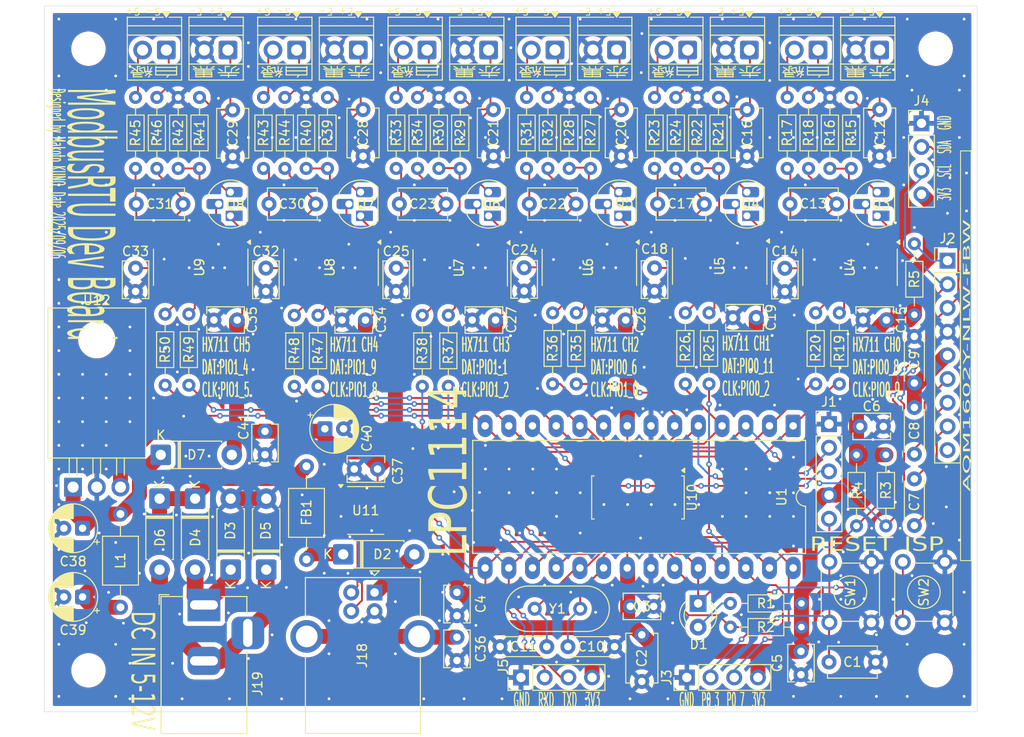
<source format=kicad_pcb>
(kicad_pcb (version 20241229) (generator "pcbnew") (generator_version "9.0")
  (layers (0 "F.Cu" signal) (2 "B.Cu" signal) (13 "F.Paste" user) (15 "B.Paste" user) (5 "F.SilkS" user "F.Silkscreen") (7 "B.SilkS" user "B.Silkscreen") (1 "F.Mask" user) (3 "B.Mask" user) (25 "Edge.Cuts" user))
  (net 0 "")
  (net 1 "GND")
  (net 2 "Net-(D1-A)")
  (net 3 "RESET")
  (net 4 "SWD_IO")
  (net 5 "SWD_CLK")
  (net 6 "HX711_DAT_2")
  (net 7 "XTAL_IN")
  (net 8 "HX711_CLK_2")
  (net 9 "XTAL_OUT")
  (net 10 "UART_TX")
  (net 11 "HX711_CLK_5")
  (net 12 "HX711_DAT_5")
  (net 13 "UART_RX")
  (net 14 "ISP{slash}LED")
  (net 15 "I2C_SDA")
  (net 16 "I2C_SCL")
  (net 17 "Net-(J6-Pin_1)")
  (net 18 "Net-(U4-INA-)")
  (net 19 "Net-(U4-INA+)")
  (net 20 "Net-(U4-VBG)")
  (net 21 "Net-(J8-Pin_1)")
  (net 22 "Net-(U5-INA-)")
  (net 23 "Net-(U5-INA+)")
  (net 24 "Net-(U5-VBG)")
  (net 25 "Net-(J7-Pin_2)")
  (net 26 "Net-(J7-Pin_1)")
  (net 27 "Net-(J9-Pin_1)")
  (net 28 "Net-(J9-Pin_2)")
  (net 29 "Net-(Q3-B)")
  (net 30 "Net-(Q4-B)")
  (net 31 "Net-(U4-VFB)")
  (net 32 "Net-(U4-DOUT)")
  (net 33 "Net-(U4-PD_SCK)")
  (net 34 "Net-(U5-VFB)")
  (net 35 "Net-(U5-DOUT)")
  (net 36 "Net-(U5-PD_SCK)")
  (net 39 "Net-(J10-Pin_1)")
  (net 40 "Net-(J12-Pin_1)")
  (net 41 "Net-(U6-INA-)")
  (net 42 "Net-(U6-INA+)")
  (net 43 "Net-(U7-INA-)")
  (net 44 "Net-(U7-INA+)")
  (net 45 "Net-(U6-VBG)")
  (net 46 "Net-(U7-VBG)")
  (net 47 "Net-(J14-Pin_1)")
  (net 48 "Net-(J16-Pin_1)")
  (net 49 "Net-(U8-INA-)")
  (net 50 "Net-(U8-INA+)")
  (net 51 "Net-(U9-INA-)")
  (net 52 "Net-(U9-INA+)")
  (net 53 "Net-(U8-VBG)")
  (net 54 "Net-(U9-VBG)")
  (net 55 "Net-(J11-Pin_1)")
  (net 56 "Net-(J11-Pin_2)")
  (net 57 "Net-(J13-Pin_1)")
  (net 58 "Net-(J13-Pin_2)")
  (net 59 "Net-(J15-Pin_1)")
  (net 60 "Net-(J15-Pin_2)")
  (net 61 "Net-(J17-Pin_1)")
  (net 62 "Net-(J17-Pin_2)")
  (net 63 "Net-(Q5-B)")
  (net 64 "Net-(Q6-B)")
  (net 65 "Net-(Q7-B)")
  (net 66 "Net-(Q8-B)")
  (net 67 "Net-(U6-VFB)")
  (net 68 "Net-(U7-VFB)")
  (net 69 "Net-(U6-DOUT)")
  (net 70 "Net-(U6-PD_SCK)")
  (net 71 "Net-(U7-DOUT)")
  (net 72 "Net-(U7-PD_SCK)")
  (net 73 "Net-(U8-VFB)")
  (net 74 "Net-(U9-VFB)")
  (net 75 "Net-(U8-DOUT)")
  (net 76 "Net-(U8-PD_SCK)")
  (net 77 "Net-(U9-DOUT)")
  (net 78 "Net-(U9-PD_SCK)")
  (net 83 "HX711_DAT_3")
  (net 84 "HX711_CLK_3")
  (net 85 "HX711_DAT_4")
  (net 86 "HX711_CLK_4")
  (net 87 "+3V3")
  (net 88 "Net-(J18-Shield)")
  (net 89 "Net-(J18-D+)")
  (net 90 "VBUS")
  (net 91 "Net-(J18-D-)")
  (net 93 "Net-(D2-K)")
  (net 94 "Net-(D3-K)")
  (net 95 "VDC")
  (net 96 "Net-(D5-K)")
  (net 97 "Net-(D7-K)")
  (net 98 "Net-(J2-Pin_8)")
  (net 99 "Net-(J2-Pin_7)")
  (net 100 "Net-(J2-Pin_6)")
  (net 102 "Net-(J2-Pin_1)")
  (net 103 "PIO0_7")
  (net 104 "PIO0_3")
  (net 105 "HX711_DAT_0")
  (net 106 "HX711_CLK_0")
  (net 107 "HX711_DAT_1")
  (net 108 "HX711_CLK_1")
  (footprint "TerminalBlock:TerminalBlock_Xinya_XY308-2.54-2P_1x02_P2.54mm_Horizontal" (layer "F.Cu") (at 155.286 66.821 180)
    (property "Reference" "J8" (hide yes))
    (property "Value" "Screw_Terminal_01x02")
  )
  (footprint "Capacitor_THT:C_Disc_D3.8mm_W2.6mm_P2.50mm" (layer "F.Cu") (at 97.902 95.777)
    (property "Reference" "C35")
    (property "Value" "0.1μF 50V X7R")
  )
  (footprint "Resistor_THT:R_Axial_DIN0204_L3.6mm_D1.6mm_P7.62mm_Horizontal" (layer "F.Cu") (at 120.234 102.889 90)
    (property "Reference" "R38")
    (property "Value" "20")
  )
  (footprint "Capacitor_THT:C_Disc_D5.1mm_W3.2mm_P5.00mm" (layer "F.Cu") (at 113.884 73.211 -90)
    (property "Reference" "C28")
    (property "Value" "10μF 16V X7R")
  )
  (footprint "Resistor_THT:R_Axial_DIN0204_L3.6mm_D1.6mm_P7.62mm_Horizontal" (layer "F.Cu") (at 172.974 95.21 90)
    (property "Reference" "R5")
    (property "Value" "10k")
  )
  (footprint "TerminalBlock:TerminalBlock_Xinya_XY308-2.54-2P_1x02_P2.54mm_Horizontal" (layer "F.Cu") (at 120.742 66.821 180)
    (property "Reference" "J13" (hide yes))
    (property "Value" "Screw_Terminal_01x02")
  )
  (footprint "Resistor_THT:R_Axial_DIN0204_L3.6mm_D1.6mm_P7.62mm_Horizontal" (layer "F.Cu") (at 160.874 126.172 180)
    (property "Reference" "R1")
    (property "Value" "10k")
  )
  (footprint "Diode_THT:D_DO-41_SOD81_P7.62mm_Horizontal" (layer "F.Cu") (at 103.505 122.555 90)
    (property "Reference" "D5")
    (property "Value" "SBM245L")
  )
  (footprint "Capacitor_THT:C_Disc_D4.3mm_W1.9mm_P5.00mm" (layer "F.Cu") (at 133.576 130.81 180)
    (property "Reference" "C11")
    (property "Value" "22pF")
  )
  (footprint "Resistor_THT:R_Axial_DIN0204_L3.6mm_D1.6mm_P7.62mm_Horizontal" (layer "F.Cu") (at 109.058 95.269 -90)
    (property "Reference" "R47")
    (property "Value" "20")
  )
  (footprint "Resistor_THT:R_Axial_DIN0204_L3.6mm_D1.6mm_P7.62mm_Horizontal" (layer "F.Cu") (at 105.502 71.901 -90)
    (property "Reference" "R44")
    (property "Value" "100")
  )
  (footprint "Capacitor_THT:C_Disc_D3.8mm_W2.6mm_P2.50mm" (layer "F.Cu") (at 103.47 90.209 -90)
    (property "Reference" "C32")
    (property "Value" "0.1μF 50V X7R")
  )
  (footprint "Resistor_THT:R_Axial_DIN0204_L3.6mm_D1.6mm_P7.62mm_Horizontal" (layer "F.Cu") (at 138.268 79.521 90)
    (property "Reference" "R27")
    (property "Value" "20k")
  )
  (footprint "Capacitor_THT:C_Disc_D3.8mm_W2.6mm_P2.50mm" (layer "F.Cu") (at 167.152 107.188)
    (property "Reference" "C6")
    (property "Value" "0.1μF 50V X7R")
  )
  (footprint "Capacitor_THT:C_Disc_D3.8mm_W2.6mm_P2.50mm" (layer "F.Cu") (at 103.378 107.716 -90)
    (property "Reference" "C41")
    (property "Value" "0.1μF 50V X7R")
  )
  (footprint "Resistor_THT:R_Axial_DIN0204_L3.6mm_D1.6mm_P7.62mm_Horizontal" (layer "F.Cu") (at 159.35 71.901 -90)
    (property "Reference" "R17")
    (property "Value" "100")
  )
  (footprint "Resistor_THT:R_Axial_DIN0204_L3.6mm_D1.6mm_P7.62mm_Horizontal" (layer "F.Cu") (at 119.726 71.901 -90)
    (property "Reference" "R34")
    (property "Value" "100")
  )
  (footprint "Capacitor_THT:C_Disc_D3.8mm_W2.6mm_P2.50mm" (layer "F.Cu") (at 115.443 111.76 180)
    (property "Reference" "C37")
    (property "Value" "0.1μF 50V X7R")
  )
  (footprint "Package_TO_SOT_THT:TO-92_HandSolder" (layer "F.Cu") (at 169.002 84.601 90)
    (property "Reference" "Q3")
    (property "Value" "S8550")
  )
  (footprint "Inductor_THT:L_Axial_L5.0mm_D3.6mm_P10.00mm_Horizontal_Murata_BL01RN1A2A2" (layer "F.Cu") (at 107.823 121.459 90)
    (property "Reference" "FB1")
    (property "Value" "BL01RN1A1D2")
  )
  (footprint "Resistor_THT:R_Axial_DIN0204_L3.6mm_D1.6mm_P7.62mm_Horizontal" (layer "F.Cu") (at 166.776 110.236 -90)
    (property "Reference" "R4")
    (property "Value" "10k")
  )
  (footprint "Resistor_THT:R_Axial_DIN0204_L3.6mm_D1.6mm_P7.62mm_Horizontal" (layer "F.Cu") (at 149.698 79.521 90)
    (property "Reference" "R22")
    (property "Value" "20k")
  )
  (footprint "Resistor_THT:R_Axial_DIN0204_L3.6mm_D1.6mm_P7.62mm_Horizontal" (layer "F.Cu") (at 151.984 79.521 90)
    (property "Reference" "R21")
    (property "Value" "20k")
  )
  (footprint "Resistor_THT:R_Axial_DIN0204_L3.6mm_D1.6mm_P7.62mm_Horizontal" (layer "F.Cu") (at 123.028 95.269 -90)
    (property "Reference" "R37")
    (property "Value" "20")
  )
  (footprint "Connector_PinHeader_2.54mm:PinHeader_1x05_P2.54mm_Vertical" (layer "F.Cu") (at 163.83 106.934)
    (property "Reference" "J1")
    (property "Value" "CN_SWD")
  )
  (footprint "TerminalBlock:TerminalBlock_Xinya_XY308-2.54-2P_1x02_P2.54mm_Horizontal" (layer "F.Cu") (at 99.406 66.821 180)
    (property "Reference" "J16" (hide yes))
    (property "Value" "Screw_Terminal_01x02")
  )
  (footprint "Resistor_THT:R_Axial_DIN0204_L3.6mm_D1.6mm_P7.62mm_Horizontal" (layer "F.Cu") (at 95.215 95.142 -90)
    (property "Reference" "R49")
    (property "Value" "20")
  )
  (footprint "Capacitor_THT:C_Disc_D3.8mm_W2.6mm_P2.50mm" (layer "F.Cu") (at 117.44 90.209 -90)
    (property "Reference" "C25")
    (property "Value" "0.1μF 50V X7R")
  )
  (footprint "Resistor_THT:R_Axial_DIN0204_L3.6mm_D1.6mm_P7.62mm_Horizontal" (layer "F.Cu") (at 147.412 71.901 -90)
    (property "Reference" "R24")
    (property "Value" "100")
  )
  (footprint "Capacitor_THT:C_Disc_D5.1mm_W3.2mm_P5.00mm" (layer "F.Cu") (at 117.774 83.331)
    (property "Reference" "C23")
    (property "Value" "10μF 16V X7R")
  )
  (footprint "Resistor_THT:R_Axial_DIN0204_L3.6mm_D1.6mm_P7.62mm_Horizontal" (layer "F.Cu") (at 162.398 102.635 90)
    (property "Reference" "R20")
    (property "Value" "20")
  )
  (footprint "Capacitor_THT:C_Disc_D3.8mm_W2.6mm_P2.50mm" (layer "F.Cu") (at 139.538 95.777)
    (property "Reference" "C26")
    (property "Value" "0.1μF 50V X7R")
  )
  (footprint "Resistor_THT:R_Axial_DIN0204_L3.6mm_D1.6mm_P7.62mm_Horizontal" (layer "F.Cu") (at 131.41 71.901 -90)
    (property "Reference" "R31")
    (property "Value" "100")
  )
  (footprint "Resistor_THT:R_Axial_DIN0204_L3.6mm_D1.6mm_P7.62mm_Horizontal" (layer "F.Cu") (at 122.012 79.521 90)
    (property "Reference" "R30")
    (property "Value" "20k")
  )
  (footprint "Package_DIP:DIP-28_W15.24mm_LongPads" (layer "F.Cu") (at 159.985 107.127 -90)
    (property "Reference" "U1")
    (property "Value" "LPC1114FN28-102")
  )
  (footprint "Resistor_THT:R_Axial_DIN0204_L3.6mm_D1.6mm_P7.62mm_Horizontal" (layer "F.Cu") (at 160.874 128.712 180)
    (property "Reference" "R2")
    (property "Value" "10k")
  )
  (footprint "Resistor_THT:R_Axial_DIN0204_L3.6mm_D1.6mm_P7.62mm_Horizontal" (layer "F.Cu") (at 135.982 79.521 90)
    (property "Reference" "R28")
    (property "Value" "20k")
  )
  (footprint "Package_SO:SOIC-16_3.9x9.9mm_P1.27mm" (layer "F.Cu") (at 96.485 90.124 -90)
    (property "Reference" "U9")
    (property "Value" "HX711")
  )
  (footprint "MountingHole:MountingHole_3.2mm_M3" (layer "F.Cu") (at 175.26 133.35)
    (property "Reference" "REF**" (hide yes))
    (property "Value" "MountingHole_3.2mm_M3")
  )
  (footprint "TerminalBlock:TerminalBlock_Xinya_XY308-2.54-2P_1x02_P2.54mm_Horizontal" (layer "F.Cu") (at 162.652 66.821 180)
    (property "Reference" "J7" (hide yes))
    (property "Value" "Screw_Terminal_01x02")
  )
  (footprint "Capacitor_THT:CP_Radial_D5.0mm_P2.00mm" (layer "F.Cu") (at 83.82 125.476 180)
    (property "Reference" "C39")
    (property "Value" "50V 10uF")
  )
  (footprint "Package_TO_SOT_THT:TO-92_HandSolder" (layer "F.Cu") (at 113.63 84.601 90)
    (property "Reference" "Q7")
    (property "Value" "S8550")
  )
  (footprint "Diode_THT:D_DO-41_SOD81_P7.62mm_Horizontal" (layer "F.Cu") (at 95.885 114.935 -90)
    (property "Reference" "D4")
    (property "Value" "SBM245L")
  )
  (footprint "Capacitor_THT:C_Disc_D5.1mm_W3.2mm_P5.00mm" (layer "F.Cu") (at 89.58 83.331)
    (property "Reference" "C31")
    (property "Value" "10μF 16V X7R")
  )
  (footprint "Capacitor_THT:C_Disc_D3.8mm_W2.6mm_P2.50mm" (layer "F.Cu") (at 160.822 131.318 -90)
    (property "Reference" "C5")
    (property "Value" "0.1μF 50V X7R")
  )
  (footprint "TerminalBlock:TerminalBlock_Xinya_XY308-2.54-2P_1x02_P2.54mm_Horizontal" (layer "F.Cu") (at 106.772 66.821 180)
    (property "Reference" "J15" (hide yes))
    (property "Value" "Screw_Terminal_01x02")
  )
  (footprint "Capacitor_THT:C_Disc_D3.8mm_W2.6mm_P2.50mm" (layer "F.Cu") (at 167.478 95.777)
    (property "Reference" "C15")
    (property "Value" "0.1μF 50V X7R")
  )
  (footprint "Capacitor_THT:C_Disc_D3.8mm_W2.6mm_P2.50mm" (layer "F.Cu") (at 145.126 90.189 -90)
    (property "Reference" "C18")
    (property "Value" "0.1μF 50V X7R")
  )
  (footprint "Capacitor_THT:C_Disc_D4.3mm_W1.9mm_P5.00mm" (layer "F.Cu") (at 172.974 117.816 90)
    (property "Reference" "C7")
    (property "Value" "1μF 50V X7R")
  )
  (footprint "Connector_PinHeader_2.54mm:PinHeader_1x04_P2.54mm_Vertical" (layer "F.Cu") (at 173.736 74.676)
    (property "Reference" "J4")
    (property "Value" "I2C_Header")
  )
  (footprint "Package_SO:SOIC-16_3.9x9.9mm_P1.27mm" (layer "F.Cu") (at 152.111 90 -90)
    (property "Reference" "U5")
    (property "Value" "HX711")
  )
  (footprint "TerminalBlock:TerminalBlock_Xinya_XY308-2.54-2P_1x02_P2.54mm_Horizontal" (layer "F.Cu") (at 127.346 66.821 180)
    (property "Reference" "J12" (hide yes))
    (property "Value" "Screw_Terminal_01x02")
  )
  (footprint "Connector_PinHeader_2.54mm:PinHeader_1x09_P2.54mm_Vertical" (layer "F.Cu") (at 176.53 89.408)
    (property "Reference" "J2")
    (property "Value" "AQM1602Y-NLW-FBW")
  )
  (footprint "Package_SO:SOIC-16_3.9x9.9mm_P1.27mm" (layer "F.Cu") (at 124.298 90.189 -90)
    (property "Reference" "U7")
    (property "Value" "HX711")
  )
  (footprint "Connector_PinHeader_2.54mm:PinHeader_1x04_P2.54mm_Vertical" (layer "F.Cu") (at 148.59 134.112 90)
    (property "Reference" "J3")
    (property "Value" "GPIO_Header")
  )
  (footprint "Resistor_THT:R_Axial_DIN0204_L3.6mm_D1.6mm_P7.62mm_Horizontal" (layer "F.Cu") (at 94.072 79.521 90)
    (property "Reference" "R42")
    (property "Value" "20k")
  )
  (footprint "Resistor_THT:R_Axial_DIN0204_L3.6mm_D1.6mm_P7.62mm_Horizontal" (layer "F.Cu") (at 92.675 102.762 90)
    (property "Reference" "R50")
    (property "Value" "20")
  )
  (footprint "Capacitor_THT:CP_Radial_D5.0mm_P2.00mm" (layer "F.Cu") (at 109.788888 107.442)
    (property "Reference" "C40")
    (property "Value" "50V 10uF")
  )
  (footprint "Button_Switch_THT:SW_TH_Tactile_Omron_B3F-100x" (layer "F.Cu") (at 168.366 121.718 -90)
    (property "Reference" "SW1")
    (property "Value" "SW")
  )
  (footprint "Resistor_THT:R_Axial_DIN0204_L3.6mm_D1.6mm_P7.62mm_Horizontal" (layer "F.Cu") (at 133.696 71.901 -90)
    (property "Reference" "R32")
    (property "Value" "100")
  )
  (footprint "Capacitor_THT:C_Disc_D3.8mm_W2.6mm_P2.50mm" (layer "F.Cu") (at 153.528 95.523)
    (property "Reference" "C19")
    (property "Value" "0.1μF 50V X7R")
  )
  (footprint "Resistor_THT:R_Axial_DIN0204_L3.6mm_D1.6mm_P7.62mm_Horizontal" (layer "F.Cu") (at 91.786 71.901 -90)
    (property "Reference" "R46")
    (property "Value" "100")
  )
  (footprint "Diode_THT:D_DO-41_SOD81_P7.62mm_Horizontal" (layer "F.Cu") (at 99.695 122.555 90)
    (property "Reference" "D3")
    (property "Value" "SBM245L")
  )
  (footprint "Package_TO_SOT_THT:TO-220F-3_Horizontal_TabDown" (layer "F.Cu") (at 82.804 113.698)
    (property "Reference" "U12")
    (property "Value" "LM2940T-3.3")
  )
  (footprint "Resistor_THT:R_Axial_DIN0204_L3.6mm_D1.6mm_P7.62mm_Horizontal" (layer "F.Cu") (at 96.358 79.521 90)
    (property "Reference" "R41")
    (property "Value" "20k")
  )
  (footprint "Package_TO_SOT_THT:TO-92_HandSolder" (layer "F.Cu") (at 141.316 84.601 90)
    (property "Reference" "Q5")
    (property "Value" "S8550")
  )
  (footprint "Resistor_THT:R_Axial_DIN0204_L3.6mm_D1.6mm_P7.62mm_Horizontal" (layer "F.Cu") (at 161.636 71.901 -90)
    (property "Reference" "R18")
    (property "Value" "100")
  )
  (footprint "Diode_THT:D_DO-41_SOD81_P7.62mm_Horizontal" (layer "F.Cu") (at 111.76 120.904)
    (property "Reference" "D2")
    (property "Value" "SBM245L")
  )
  (footprint "Capacitor_THT:C_Disc_D5.1mm_W3.2mm_P5.00mm" (layer "F.Cu") (at 155.032 73.211 -90)
    (property "Reference" "C16")
    (property "Value" "10μF 16V X7R")
  )
  (footprint "MountingHole:MountingHole_3.2mm_M3" (layer "F.Cu") (at 175.26 66.675)
    (property "Reference" "REF**" (hide yes))
    (property "Value" "MountingHole_3.2mm_M3")
  )
  (footprint "Resistor_THT:R_Axial_DIN0204_L3.6mm_D1.6mm_P7.62mm_Horizontal" (layer "F.Cu") (at 136.744 95.015 -90)
    (property "Reference" "R35")
    (property "Value" "20")
  )
  (footprint "MountingHole:MountingHole_3.2mm_M3" (layer "F.Cu") (at 84.455 66.675)
    (property "Reference" "REF**" (hide yes))
    (property "Value" "MountingHole_3.2mm_M3")
  )
  (footprint "Capacitor_THT:C_Disc_D3.8mm_W2.6mm_P2.50mm" (layer "F.Cu") (at 131.156 90.17 -90)
    (property "Reference" "C24")
    (property "Value" "0.1μF 50V X7R")
  )
  (footprint "Button_Switch_THT:SW_TH_Tactile_Omron_B3F-100x" (layer "F.Cu") (at 176.24 121.718 -90)
    (property "Reference" "SW2")
    (property "Value" "SW")
  )
  (footprint "Resistor_THT:R_Axial_DIN0204_L3.6mm_D1.6mm_P7.62mm_Horizontal" (layer "F.Cu") (at 103.216 71.901 -90)
    (property "Reference" "R43")
    (property "Value" "100")
  )
  (footprint "Connector_USB:USB_B_OST_USB-B1HSxx_Horizontal" (layer "F.Cu") (at 115.118 125 -90)
    (property "Reference" "J18")
    (property "Value" "USB_B")
  )
  (footprint "Capacitor_THT:C_Disc_D5.1mm_W3.2mm_P5.00mm" (layer "F.Cu") (at 127.854 73.211 -90)
    (property "Reference" "C21")
    (property "Value" "10μF 16V X7R")
  )
  (footprint "Capacitor_THT:C_Disc_D3.8mm_W2.6mm_P2.50mm" (layer "F.Cu") (at 123.952 124.988 -90)
    (property "Reference" "C4")
    (property "Value" "0.1μF 50V X7R")
  )
  (footprint "Resistor_THT:R_Axial_DIN0204_L3.6mm_D1.6mm_P7.62mm_Horizontal" (layer "F.Cu") (at 148.428 102.635 90)
    (property "Reference" "R26")
    (property "Value" "20")
  )
  (footprint "Resistor_THT:R_Axial_DIN0204_L3.6mm_D1.6mm_P7.62mm_Horizontal" (layer "F.Cu") (at 134.204 102.635 90)
    (property "Reference" "R36")
    (property "Value" "20")
  )
  (footprint "Connector_BarrelJack:BarrelJack_Horizontal" (layer "F.Cu") (at 96.8325 126.334 90)
    (property "Reference" "J19")
    (property "Value" "MJ-179PH")
  )
  (footprint "TerminalBlock:TerminalBlock_Xinya_XY308-2.54-2P_1x02_P2.54mm_Horizontal" (layer "F.Cu") (at 92.797 66.821 180)
    (property "Reference" "J17" (hide yes))
    (property "Value" "Screw_Terminal_01x02")
  )
  (footprint "Capacitor_THT:C_Disc_D3.8mm_W2.6mm_P2.50mm" (layer "F.Cu") (at 125.588 95.777)
    (property "Reference" "C27")
    (property "Value" "0.1μF 50V X7R")
  )
  (footprint "Resistor_THT:R_Axial_DIN0204_L3.6mm_D1.6mm_P7.62mm_Horizontal" (layer "F.Cu") (at 163.922 79.521 90)
    (property "Reference" "R16")
    (property "Value" "20k")
  )
  (footprint "Diode_THT:D_DO-41_SOD81_P7.62mm_Horizontal" (layer "F.Cu") (at 92.202 110.236)
    (property "Reference" "D7")
    (property "Value" "SBM245L")
  )
  (footprint "Inductor_THT:L_Axial_L5.0mm_D3.6mm_P10.00mm_Horizontal_Murata_BL01RN1A2A2" (layer "F.Cu") (at 87.884 126.586 90)
    (property "Reference" "L1")
    (property "Value" "10uH 500mA")
  )
  (footprint "Capacitor_THT:C_Disc_D5.1mm_W3.2mm_P5.00mm" (layer "F.Cu") (at 159.644 83.331)
    (property "Reference" "C13")
    (property "Value" "10μF 16V X7R")
  )
  (footprint "Capacitor_THT:C_Disc_D4.3mm_W1.9mm_P5.00mm" (layer "F.Cu") (at 135.843 130.81)
    (property "Reference" "C10")
    (property "Value" "22pF")
  )
  (footprint "Capacitor_THT:C_Disc_D5.1mm_W3.2mm_P5.00mm" (layer "F.Cu") (at 163.83 132.461)
    (property "Reference" "C1")
    (property "Value" "1μF 50V X7R")
  )
  (footprint "LED_THT:LED_D3.0mm" (layer "F.Cu") (at 149.7996 126.172 -90)
    (property "Reference" "D1")
    (property "Value" "LED")
  )
  (footprint "MountingHole:MountingHole_3.2mm_M3" (layer "F.Cu") (at 84.455 133.35)
    (property "Reference" "M3" (hide yes))
    (property "Value" "MountingHole_3.2mm_M3")
  )
  (footprint "TerminalBlock:TerminalBlock_Xinya_XY308-2.54-2P_1x02_P2.54mm_Horizontal" (layer "F.Cu") (at 113.376 66.821 180)
    (property "Reference" "J14" (hide yes))
    (property "Value" "Screw_Terminal_01x02")
  )
  (footprint "Capacitor_THT:C_Disc_D3.8mm_W2.6mm_P2.50mm" (layer "F.Cu") (at 111.638 95.777)
    (property "Reference" "C34")
    (property "Value" "0.1μF 50V X7R")
  )
  (footprint "Resistor_THT:R_Axial_DIN0204_L3.6mm_D1.6mm_P7.62mm_Horizontal" (layer "F.Cu") (at 124.298 79.521 90)
    (property "Reference" "R29")
    (property "Value" "20k")
  )
  (footprint "Package_TO_SOT_THT:TO-92_HandSolder" (layer "F.Cu") (at 99.672 84.601 90)
    (property "Reference" "Q8")
    (property "Value" "S8550")
  )
  (footprint "Package_SO:JEITA_SOIC-8_3.9x4.9mm_P1.27mm" (layer "F.Cu") (at 114.173 116.205)
    (property "Reference" "U11")
    (property "Value" "CH340N")
  )
  (footprint "Package_SO:SOIC-16_3.9x9.9mm_P1.27mm" (layer "F.Cu") (at 110.455 90.124 -90)
    (property "Reference" "U8")
    (property "Value" "HX711")
  )
  (footprint "Capacitor_THT:C_Disc_D5.1mm_W3.2mm_P5.00mm" (layer "F.Cu") (at 131.704 83.331)
    (property "Reference" "C22")
    (property "Value" "10μF 16V X7R")
  )
  (footprint "Capacitor_THT:C_Disc_D3.8mm_W2.6mm_P2.50mm" (layer "F.Cu") (at 123.952 129.794 -90)
    (property "Reference" "C36")
    (property "Value" "0.1μF 50V X7R")
  )
  (footprint "Capacitor_THT:C_Disc_D3.8mm_W2.6mm_P2.50mm" (layer "F.Cu") (at 159.096 90.229 -90)
    (property "Reference" "C14")
    (property "Value" "0.1μF 50V X7R")
  )
  (footprint "Resistor_THT:R_Axial_DIN0204_L3.6mm_D1.6mm_P7.62mm_Horizontal" (layer "F.Cu") (at 164.938 95.015 -90)
    (property "Reference" "R19")
    (property "Value" "20")
  )
  (footprint "Diode_THT:D_DO-41_SOD81_P7.62mm_Horizontal" (layer "F.Cu") (at 92.075 114.935 -90)
    (property "Reference" "D6")
    (property "Value" "SBM245L")
  )
  (footprint "TerminalBlock:TerminalBlock_Xinya_XY308-2.54-2P_1x02_P2.54mm_Horizontal" (layer "F.Cu") (at 148.682 66.821 180)
    (property "Reference" "J9" (hide yes))
    (property "Value" "Screw_Terminal_01x02")
  )
  (footprint "Resistor_THT:R_Axial_DIN0204_L3.6mm_D1.6mm_P7.62mm_Horizontal" (layer "F.Cu") (at 166.208 79.521 90)
    (property "Reference" "R15")
    (property "Value" "20k")
  )
  (footprint "TerminalBlock:TerminalBlock_Xinya_XY308-2.54-2P_1x02_P2.54mm_Horizontal" (layer "F.Cu") (at 169.256 66.821 180)
    (property "Reference" "J6" (hide yes))
    (property "Value" "Screw_Terminal_01x02")
  )
  (footprint "Package_SO:SOIC-16_3.9x9.9mm_P1.27mm" (layer "F.Cu") (at 138.141 90.124 -90)
    (property "Reference" "U6")
    (property "Value" "HX711")
  )
  (footprint "Capacitor_THT:C_Disc_D5.1mm_W3.2mm_P5.00mm" (layer "F.Cu") (at 145.46 83.331)
    (property "Reference" "C17")
    (property "Value" "10μF 16V X7R")
  )
  (footprint "Capacitor_THT:C_Disc_D3.8mm_W2.6mm_P2.50mm" (layer "F.Cu") (at 142.534 126.492)
    (property "Reference" "C3")
    (property "Value" "0.1μF 50V X7R")
  )
  (footprint "Resistor_THT:R_Axial_DIN0204_L3.6mm_D1.6mm_P7.62mm_Horizontal" (layer "F.Cu") (at 169.926 110.236 -90)
    (property "Reference" "R3")
    (property "Value" "10k")
  )
  (footprint "Resistor_THT:R_Axial_DIN0204_L3.6mm_D1.6mm_P7.62mm_Horizontal" (layer "F.Cu") (at 106.518 102.889 90)
    (property "Reference" "R48")
    (property "Value" "20")
  )
  (footprint "Resistor_THT:R_Axial_DIN0204_L3.6mm_D1.6mm_P7.62mm_Horizontal" (layer "F.Cu") (at 145.126 71.901 -90)
    (property "Reference" "R23")
    (property "Value" "100")
  )
  (footprint "Crystal:Crystal_HC49-U_Vertical" (layer "F.Cu") (at 132.28 126.746)
    (property "Reference" "Y1")
    (property "Value" "12MHz")
  )
  (footprint "Package_TO_SOT_THT:TO-92_HandSolder" (layer "F.Cu") (at 155.032 84.601 90)
    (property "Reference" "Q4")
    (property "Value" "S8550")
  )
  (footprint "Package_SO:SOIC-16_3.9x9.9mm_P1.27mm" (layer "F.Cu") (at 166.081 90.124 -90)
    (property "Reference" "U4")
    (property "Value" "HX711")
  )
  (footprint "Capacitor_THT:CP_Radial_D5.0mm_P2.00mm" (layer "F.Cu") (at 83.82 118.11 180)
    (property "Reference" "C38")
    (property "Value" "50V 10uF")
  )
  (footprint "Resistor_THT:R_Axial_DIN0204_L3.6mm_D1.6mm_P7.62mm_Horizontal" (layer "F.Cu") (at 150.968 95.015 -90)
    (property "Reference" "R25")
    (property "Value" "20")
  )
  (footprint "Capacitor_THT:C_Disc_D3.8mm_W2.6mm_P2.50mm" (layer "F.Cu") (at 89.5 90.209 -90)
    (property "Reference" "C33")
    (property "Value" "0.1μF 50V X7R")
  )
  (footprint "Capacitor_THT:C_Disc_D4.3mm_W1.9mm_P5.00mm" (layer "F.Cu") (at 172.974 102.536 90)
    (property "Reference" "C9")
    (property "Value" "1μF 50V X7R")
  )
  (footprint "TerminalBlock:TerminalBlock_Xinya_XY308-2.54-2P_1x02_P2.54mm_Horizontal" (layer "F.Cu") (at 141.062 66.821 180)
    (property "Reference" "J10" (hide yes))
    (property "Value" "Screw_Terminal_01x02")
  )
  (footprint "Capacitor_THT:C_Disc_D5.1mm_W3.2mm_P5.00mm" (layer "F.Cu") (at 103.804 83.331)
    (property "Reference" "C30")
    (property "Value" "10μF 16V X7R")
  )
  (footprint "Capacitor_THT:C_Disc_D5.1mm_W3.2mm_P5.00mm" (layer "F.Cu") (at 99.914 73.251 -90)
    (property "Reference" "C29")
    (property "Value" "10μF 16V X7R")
  )
  (footprint "Resistor_THT:R_Axial_DIN0204_L3.6mm_D1.6mm_P7.62mm_Horizontal" (layer "F.Cu") (at 117.44 71.901 -90)
    (property "Reference" "R33")
    (property "Value" "100")
  )
  (footprint "Capacitor_THT:C_Disc_D5.1mm_W3.2mm_P5.00mm" (layer "F.Cu") (at 141.57 73.211 -90)
    (property "Reference" "C20")
    (property "Value" "10μF 16V X7R")
  )
  (footprint "Resistor_THT:R_Axial_DIN0204_L3.6mm_D1.6mm_P7.62mm_Horizontal" (layer "F.Cu") (at 89.5 71.901 -90)
    (property "Reference" "R45")
    (property "Value" "100")
  )
  (footprint "Package_SO:TSSOP-28_4.4x9.7mm_P0.65mm" (layer "F.Cu") (at 143.348 114.8055 -90)
    (property "Reference" "U10")
    (property "Value" "LPC1114FDH28-102")
  )
  (footprint "Resistor_THT:R_Axial_DIN0204_L3.6mm_D1.6mm_P7.62mm_Horizontal" (layer "F.Cu") (at 110.074 79.521 90)
    (property "Reference" "R39")
    (property "Value" "20k")
  )
  (footprint "Capacitor_THT:C_Disc_D5.1mm_W3.2mm_P5.00mm" (layer "F.Cu") (at 169.256 73.211 -90)
    (property "Reference" "C12")
    (property "Value" "10μF 16V X7R")
  )
  (footprint "Package_TO_SOT_THT:TO-92_HandSolder" (layer "F.Cu") (at 127.346 84.601 90)
    (property "Reference" "Q6")
    (property "Value" "S8550")
  )
  (footprint "Resistor_THT:R_Axial_DIN0204_L3.6mm_D1.6mm_P7.62mm_Horizontal" (layer "F.Cu") (at 107.788 79.521 90)
    (property "Reference" "R40")
    (property "Value" "20k")
  )
  (footprint "Capacitor_THT:C_Disc_D5.1mm_W3.2mm_P5.00mm" (layer "F.Cu") (at 143.764 129.54 -90)
    (property "Reference" "C2")
    (property "Value" "1μF 50V X7R")
  )
  (footprint "Capacitor_THT:C_Disc_D4.3mm_W1.9mm_P5.00mm" (layer "F.Cu") (at 172.974 110.156 90)
    (property "Reference" "C8")
    (property "Value" "1μF 50V X7R")
  )
  (footprint "TerminalBlock:TerminalBlock_Xinya_XY308-2.54-2P_1x02_P2.54mm_Horizontal" (layer "F.Cu") (at 134.458 66.821 180)
    (property "Reference" "J11" (hide yes))
    (property "Value" "Screw_Terminal_01x02")
  )
  (footprint "Connector_PinHeader_2.54mm:PinHeader_1x04_P2.54mm_Vertical" (layer "F.Cu") (at 130.81 134.112 90)
    (property "Reference" "J5")
    (property "Value" "UART_Header")
  )
  (gr_rect (start 177.927 77.637) (end 179.07 121.579) (stroke (width 0.1)) (fill no) (layer "F.SilkS"))
  (gr_rect (start 79.721 62.084) (end 179.705 137.795) (stroke (width 0.05)) (fill no) (layer "Edge.Cuts"))
  (gr_text "LPC1114" (at 125.635 121.158 90) (layer "F.SilkS") (effects (font (size 4 3) (thickness 0.1875)) (justify left bottom)))
  (gr_text "赤黒 白緑" (at 156.718 68.453 180) (layer "F.SilkS") (effects (font (size 1 1.8) (thickness 0.125)) (justify left bottom)))
  (gr_text "HX711 CH1\nDAT:PIO0_11\nCLK:PIO0_2" (at 152.273 104.013 0) (layer "F.SilkS") (effects (font (size 1.5 0.6) (thickness 0.15) (bold yes)) (justify left bottom)))
  (gr_text "E+ E-     S- S+" (at 112.903 62.23 180) (layer "F.SilkS") (effects (font (size 0.75 0.75) (thickness 0.1)) (justify left bottom)))
  (gr_text "赤黒 白緑" (at 170.688 68.453 180) (layer "F.SilkS") (effects (font (size 1 1.8) (thickness 0.125)) (justify left bottom)))
  (gr_text "GND  P0_3  P0_7  3V3" (at 147.701 137.414 0) (layer "F.SilkS") (effects (font (size 1.5 0.52) (thickness 0.125) (bold yes)) (justify left bottom)))
  (gr_text "E+ E-     S- S+" (at 168.816 62.23 180) (layer "F.SilkS") (effects (font (size 0.75 0.75) (thickness 0.1)) (justify left bottom)))
  (gr_text "HX711 CH0\nDAT:PIO0_8\nCLK:PIO0_9" (at 166.243 104.14 0) (layer "F.SilkS") (effects (font (size 1.5 0.6) (thickness 0.15) (bold yes)) (justify left bottom)))
  (gr_text "赤黒 白緑" (at 142.494 68.453 180) (layer "F.SilkS") (effects (font (size 1 1.8) (thickness 0.125)) (justify left bottom)))
  (gr_text "HX711 CH4\nDAT:PIO1_9\nCLK:PIO1_8" (at 110.236 104.14 0) (layer "F.SilkS") (effects (font (size 1.5 0.6) (thickness 0.15) (bold yes)) (justify left bottom)))
  (gr_text "Designed by Makoto KUNO, Date 2025/09/06" (at 80.264 70.866 270) (layer "F.SilkS") (effects (font (size 1.5 0.52) (thickness 0.125) (bold yes)) (justify left bottom)))
  (gr_text "AQM1602Y-NLW-FBW" (at 179.07 99.568 90) (layer "F.SilkS") (effects (font (size 0.75 2) (thickness 0.1875)) (justify bottom)))
  (gr_text "HX711 CH5\nDAT:PIO1_4\nCLK:PIO1_5" (at 96.52 104.14 0) (layer "F.SilkS") (effects (font (size 1.5 0.6) (thickness 0.15) (bold yes)) (justify left bottom)))
  (gr_text "3V3   SCL   SDA   GND" (at 177.038 83.058 90) (layer "F.SilkS") (effects (font (size 1.4 0.5) (thickness 0.125) (bold yes)) (justify left bottom)))
  (gr_text "赤黒 白緑" (at 100.838 68.453 180) (layer "F.SilkS") (effects (font (size 1 1.8) (thickness 0.125)) (justify left bottom)))
  (gr_text "E+ E-     S- S+" (at 154.846 62.23 180) (layer "F.SilkS") (effects (font (size 0.75 0.75) (thickness 0.1)) (justify left bottom)))
  (gr_text "DC IN 5-12V" (at 88.646 127 270) (layer "F.SilkS") (effects (font (size 2.5 1.5) (thickness 0.1875)) (justify left bottom)))
  (gr_text "赤黒 白緑" (at 114.808 68.453 180) (layer "F.SilkS") (effects (font (size 1 1.8) (thickness 0.125)) (justify left bottom)))
  (gr_text "HX711 CH2\nDAT:PIO0_6\nCLK:PIO1_0" (at 138.176 104.14 0) (layer "F.SilkS") (effects (font (size 1.5 0.6) (thickness 0.15) (bold yes)) (justify left bottom)))
  (gr_text "ISP" (at 173.99 120.777 0) (layer "F.SilkS") (effects (font (size 1.5 2) (thickness 0.1875)) (justify bottom)))
  (gr_text "GND  RXD  TXD  3V3" (at 129.921 137.414 0) (layer "F.SilkS") (effects (font (size 1.5 0.58) (thickness 0.125) (bold yes)) (justify left bottom)))
  (gr_text "RESET" (at 166.243 120.777 0) (layer "F.SilkS") (effects (font (size 1.5 2) (thickness 0.1875)) (justify bottom)))
  (gr_text "E+ E-     S- S+" (at 126.873 62.23 180) (layer "F.SilkS") (effects (font (size 0.75 0.75) (thickness 0.1)) (justify left bottom)))
  (gr_text "赤黒 白緑" (at 128.778 68.453 180) (layer "F.SilkS") (effects (font (size 1 1.8) (thickness 0.125)) (justify left bottom)))
  (gr_text "E+ E-     S- S+" (at 140.589 62.23 180) (layer "F.SilkS") (effects (font (size 0.75 0.75) (thickness 0.1)) (justify left bottom)))
  (gr_text "ModbusRTU Dev Board" (at 81.407 70.866 270) (layer "F.SilkS") (effects (font (size 5 1.7) (thickness 0.1875)) (justify left bottom)))
  (gr_text "HX711 CH3\nDAT:PIO1_1\nCLK:PIO1_2" (at 124.333 104.14 0) (layer "F.SilkS") (effects (font (size 1.5 0.6) (thickness 0.15) (bold yes)) (justify left bottom)))
  (gr_text "E+ E-     S- S+" (at 98.933 62.23 180) (layer "F.SilkS") (effects (font (size 0.75 0.75) (thickness 0.1)) (justify left bottom)))
  (segment (start 144.745 119.472) (end 144.745 122.367) (width 0.2) (layer "F.Cu") (net 1))
  (segment (start 143.673 111.943) (end 143.673 117.668) (width 0.2) (layer "F.Cu") (net 1))
  (segment (start 143.673 118.4) (end 144.745 119.472) (width 0.2) (layer "F.Cu") (net 1))
  (segment (start 143.673 117.668) (end 143.673 118.4) (width 0.2) (layer "F.Cu") (net 1))
  (segment (start 143.673 111.28563) (end 143.922 111.03663) (width 0.2) (layer "F.Cu") (net 1))
  (segment (start 143.922 111.03663) (end 143.922 111.0349) (width 0.2) (layer "F.Cu") (net 1))
  (segment (start 143.673 111.943) (end 143.673 111.28563) (width 0.2) (layer "F.Cu") (net 1))
  (segment (start 144.745 110.2119) (end 144.745 107.127) (width 0.2) (layer "F.Cu") (net 1))
  (segment (start 103.505 114.935) (end 99.695 114.935) (width 1.6) (layer "F.Cu") (net 1))
  (segment (start 143.922 111.0349) (end 144.745 110.2119) (width 0.2) (layer "F.Cu") (net 1))
  (via (at 130.683 118.618) (size 0.6) (drill 0.3) (layers "F.Cu" "B.Cu") (net 1))
  (via (at 91.44 76.2) (size 0.6) (drill 0.3) (layers "F.Cu" "B.Cu") (net 1))
  (via (at 170.688 125.73) (size 0.6) (drill 0.3) (layers "F.Cu" "B.Cu") (net 1))
  (via (at 165.1 136.144) (size 0.6) (drill 0.3) (layers "F.Cu" "B.Cu") (net 1))
  (via (at 92.566471 89.251121) (size 0.6) (drill 0.3) (layers "F.Cu" "B.Cu") (net 1))
  (via (at 133.35 81.28) (size 0.6) (drill 0.3) (layers "F.Cu" "B.Cu") (net 1))
  (via (at 95.25 85.09) (size 0.6) (drill 0.3) (layers "F.Cu" "B.Cu") (net 1))
  (via (at 157.48 114.3) (size 0.6) (drill 0.3) (layers "F.Cu" "B.Cu") (net 1))
  (via (at 140.046 87.649) (size 0.6) (drill 0.3) (layers "F.Cu" "B.Cu") (net 1))
  (via (at 110.236 128.016) (size 0.6) (drill 0.3) (layers "F.Cu" "B.Cu") (net 1))
  (via (at 123.19 85.09) (size 0.6) (drill 0.3) (layers "F.Cu" "B.Cu") (net 1))
  (via (at 166.37 90.17) (size 0.6) (drill 0.3) (layers "F.Cu" "B.Cu") (net 1))
  (via (at 106.651453 89.291249) (size 0.6) (drill 0.3) (layers "F.Cu" "B.Cu") (net 1))
  (via (at 86.36 91.44) (size 0.6) (drill 0.3) (layers "F.Cu" "B.Cu") (net 1))
  (via (at 99.06 90.17) (size 0.6) (drill 0.3) (layers "F.Cu" "B.Cu") (net 1))
  (via (at 101.700719 111.126626) (size 0.6) (drill 0.3) (layers "F.Cu" "B.Cu") (net 1))
  (via (at 102.108 97.282) (size 0.6) (drill 0.3) (layers "F.Cu" "B.Cu") (net 1))
  (via (at 81.28 93.98) (size 0.6) (drill 0.3) (layers "F.Cu" "B.Cu") (net 1))
  (via (at 168.91 90.17) (size 0.6) (drill 0.3) (layers "F.Cu" "B.Cu") (net 1))
  (via (at 176.784 80.518) (size 0.6) (drill 0.3) (layers "F.Cu" "B.Cu") (net 1))
  (via (at 81.28 63.5) (size 0.6) (drill 0.3) (layers "F.Cu" "B.Cu") (net 1))
  (via (at 154.826439 75.032152) (size 0.6) (drill 0.3) (layers "F.Cu" "B.Cu") (net 1))
  (via (at 136.249715 68.277324) (size 0.6) (drill 0.3) (layers "F.Cu" "B.Cu") (net 1))
  (via (at 81.28 106.68) (size 0.6) (drill 0.3) (layers "F.Cu" "B.Cu") (net 1))
  (via (at 136.144 124.968) (size 0.6) (drill 0.3) (layers "F.Cu" "B.Cu") (net 1))
  (via (at 138.43 90.17) (size 0.6) (drill 0.3) (layers "F.Cu" "B.Cu") (net 1))
  (via (at 86.36 76.2) (size 0.6) (drill 0.3) (layers "F.Cu" "B.Cu") (net 1))
  (via (at 116.84 86.36) (size 0.6) (drill 0.3) (layers "F.Cu" "B.Cu") (net 1))
  (via (at 167.986 87.649) (size 0.6) (drill 0.3) (layers "F.Cu" "B.Cu") (net 1))
  (via (at 132.588 103.124) (size 0.6) (drill 0.3) (layers "F.Cu" "B.Cu") (net 1))
  (via (at 125.603 116.205) (size 0.6) (drill 0.3) (layers "F.Cu" "B.Cu") (net 1))
  (via (at 152.4 111.76) (size 0.6) (drill 0.3) (layers "F.Cu" "B.Cu") (net 1))
  (via (at 153.955106 71.837265) (size 0.6) (drill 0.3) (layers "F.Cu" "B.Cu") (net 1))
  (via (at 153.67 90.17) (size 0.6) (drill 0.3) (layers "F.Cu" "B.Cu") (net 1))
  (via (at 101.6 76.2) (size 0.6) (drill 0.3) (layers "F.Cu" "B.Cu") (net 1))
  (via (at 160.09876 95.25) (size 0.6) (drill 0.3) (layers "F.Cu" "B.Cu") (net 1))
  (via (at 140.208 133.985) (size 0.6) (drill 0.3) (layers "F.Cu" "B.Cu") (net 1))
  (via (at 137.795 136.398) (size 0.6) (drill 0.3) (layers "F.Cu" "B.Cu") (net 1))
  (via (at 162.722638 130.302608) (size 0.6) (drill 0.3) (layers "F.Cu" "B.Cu") (net 1))
  (via (at 88.9 101.6) (size 0.6) (drill 0.3) (layers "F.Cu" "B.Cu") (net 1))
  (via (at 166.37 76.2) (size 0.6) (drill 0.3) (layers "F.Cu" "B.Cu") (net 1))
  (via (at 154.94 90.17) (size 0.6) (drill 0.3) (layers "F.Cu" "B.Cu") (net 1))
  (via (at 83.82 111.76) (size 0.6) (drill 0.3) (layers "F.Cu" "B.Cu") (net 1))
  (via (at 178.308 136.144) (size 0.6) (drill 0.3) (layers "F.Cu" "B.Cu") (net 1))
  (via (at 136.906 132.334) (size 0.6) (drill 0.3) (layers "F.Cu" "B.Cu") (net 1))
  (via (at 178.308 63.5) (size 0.6) (drill 0.3) (layers "F.Cu" "B.Cu") (net 1))
  (via (at 172.72 71.12) (size 0.6) (drill 0.3) (layers "F.Cu" "B.Cu") (net 1))
  (via (at 129.730853 66.566929) (size 0.6) (drill 0.3) (layers "F.Cu" "B.Cu") (net 1))
  (via (at 81.28 69.596) (size 0.6) (drill 0.3) (layers "F.Cu" "B.Cu") (net 1))
  (via (at 105.664 124.46) (size 0.6) (drill 0.3) (layers "F.Cu" "B.Cu") (net 1))
  (via (at 170.213573 112.017216) (size 0.6) (drill 0.3) (layers "F.Cu" "B.Cu") (net 1))
  (via (at 114.3 113.792) (size 0.6) (drill 0.3) (layers "F.Cu" "B.Cu") (net 1))
  (via (at 154.94 114.3) (size 0.6) (drill 0.3) (layers "F.Cu" "B.Cu") (net 1))
  (via (at 102.87 86.36) (size 0.6) (drill 0.3) (layers "F.Cu" "B.Cu") (net 1))
  (via (at 151.13 90.17) (size 0.6) (drill 0.3) (layers "F.Cu" "B.Cu") (net 1))
  (via (at 152.4 90.17) (size 0.6) (drill 0.3) (layers "F.Cu" "B.Cu") (net 1))
  (via (at 88.9 68.58) (size 0.6) (drill 0.3) (layers "F.Cu" "B.Cu") (net 1))
  (via (at 81.28 130.556) (size 0.6) (drill 0.3) (layers "F.Cu" "B.Cu") (net 1))
  (via (at 172.212 69.596) (size 0.6) (drill 0.3) (layers "F.Cu" "B.Cu") (net 1))
  (via (at 162.814 125.73) (size 0.6) (drill 0.3) (layers "F.Cu" "B.Cu") (net 1))
  (via (at 171.831 76.2) (size 0.6) (drill 0.3) (layers "F.Cu" "B.Cu") (net 1))
  (via (at 86.36 109.22) (size 0.6) (drill 0.3) (layers "F.Cu" "B.Cu") (net 1))
  (via (at 81.28 136.144) (size 0.6) (drill 0.3) (layers "F.Cu" "B.Cu") (net 1))
  (via (at 81.026 123.698) (size 0.6) (drill 0.3) (layers "F.Cu" "B.Cu") (net 1))
  (via (at 167.64 63.5) (size 0.6) (drill 0.3) (layers "F.Cu" "B.Cu") (net 1))
  (via (at 112.389296 72.095438) (size 0.6) (drill 0.3) (layers "F.Cu" "B.Cu") (net 1))
  (via (at 157.472709 70.094599) (size 0.6) (drill 0.3) (layers "F.Cu" "B.Cu") (net 1))
  (via (at 161.29 81.28) (size 0.6) (drill 0.3) (layers "F.Cu" "B.Cu") (net 1))
  (via (at 111.336046 74.08621) (size 0.6) (drill 0.3) (layers "F.Cu" "B.Cu") (net 1))
  (via (at 132.08 111.76) (size 0.6) (drill 0.3) (layers "F.Cu" "B.Cu") (net 1))
  (via (at 129.54 111.76) (size 0.6) (drill 0.3) (layers "F.Cu" "B.Cu") (net 1))
  (via (at 137.16 63.5) (size 0.6) (drill 0.3) (layers "F.Cu" "B.Cu") (net 1))
  (via (at 167.587409 125.673236) (size 0.6) (drill 0.3) (layers "F.Cu" "B.Cu") (net 1))
  (via (at 109.728 111.252) (size 0.6) (drill 0.3) (layers "F.Cu" "B.Cu") (net 1))
  (via (at 157.48 66.04) (size 0.6) (drill 0.3) (layers "F.Cu" "B.Cu") (net 1))
  (via (at 125.73 90.17) (size 0.6) (drill 0.3) (layers "F.Cu" "B.Cu") (net 1))
  (via (at 93.98 101.346) (size 0.6) (drill 0.3) (layers "F.Cu" "B.Cu") (net 1))
  (via (at 172.466 99.06) (size 0.6) (drill 0.3) (layers "F.Cu" "B.Cu") (net 1))
  (via (at 133.35 118.618) (size 0.6) (drill 0.3) (layers "F.Cu" "B.Cu") (net 1))
  (via (at 121.672543 107.22028) (size 0.6) (drill 0.3) (layers "F.Cu" "B.Cu") (net 1))
  (via (at 87.376 119.634) (size 0.6) (drill 0.3) (layers "F.Cu" "B.Cu") (net 1))
  (via (at 121.92 68.58) (size 0.6) (drill 0.3) (layers "F.Cu" "B.Cu") (net 1))
  (via (at 110.236 131.572) (size 0.6) (drill 0.3) (layers "F.Cu" "B.Cu") (net 1))
  (via (at 118.11 95.25) (size 0.6) (drill 0.3) (layers "F.Cu" "B.Cu") (net 1))
  (via (at 83.82 93.98) (size 0.6) (drill 0.3) (layers "F.Cu" "B.Cu") (net 1))
  (via (at 165.1 90.17) (size 0.6) (drill 0.3) (layers "F.Cu" "B.Cu") (net 1))
  (via (at 109.22 76.2) (size 0.6) (drill 0.3) (layers "F.Cu" "B.Cu") (net 1))
  (via (at 133.35 124.206) (size 0.6) (drill 0.3) (layers "F.Cu" "B.Cu") (net 1))
  (via (at 86.36 81.28) (size 0.6) (drill 0.3) (layers "F.Cu" "B.Cu") (net 1))
  (via (at 134.62 76.2) (size 0.6) (drill 0.3) (layers "F.Cu" "B.Cu") (net 1))
  (via (at 111.523 116.84) (size 0.6) (drill 0.3) (layers "F.Cu" "B.Cu") (net 1))
  (via (at 171.45 118.11) (size 0.6) (drill 0.3) (layers "F.Cu" "B.Cu") (net 1))
  (via (at 124.46 109.22) (size 0.6) (drill 0.3) (layers "F.Cu" "B.Cu") (net 1))
  (via (at 125.984 128.524) (size 0.6) (drill 0.3) (layers "F.Cu" "B.Cu") (net 1))
  (via (at 98.383425 71.998623) (size 0.6) (drill 0.3) (layers "F.Cu" "B.Cu") (net 1))
  (via (at 110.49 76.2) (size 0.6) (drill 0.3) (layers "F.Cu" "B.Cu") (net 1))
  (via (at 101.6 66.04) (size 0.6) (drill 0.3) (layers "F.Cu" "B.Cu") (net 1))
  (via (at 113.03 90.17) (size 0.6) (drill 0.3) (layers "F.Cu" "B.Cu") (net 1))
  (via (at 128.651 119.38) (size 0.6) (drill 0.3) (layers "F.Cu" "B.Cu") (net 1))
  (via (at 85.598 118.618) (size 0.6) (drill 0.3) (layers "F.Cu" "B.Cu") (net 1))
  (via (at 178.562 84.074) (size 0.6) (drill 0.3) (layers "F.Cu" "B.Cu") (net 1))
  (via (at 86.36 86.36) (size 0.6) (drill 0.3) (layers "F.Cu" "B.Cu") (net 1))
  (via (at 81.026 126.492) (size 0.6) (drill 0.3) (layers "F.Cu" "B.Cu") (net 1))
  (via (at 117.348 125.984) (size 0.6) (drill 0.3) (layers "F.Cu" "B.Cu") (net 1))
  (via (at 88.9 104.14) (size 0.6) (drill 0.3) (layers "F.Cu" "B.Cu") (net 1))
  (via (at 122.428 124.968) (size 0.6) (drill 0.3) (layers "F.Cu" "B.Cu") (net 1))
  (via (at 176.403 111.506) (size 0.6) (drill 0.3) (layers "F.Cu" "B.Cu") (net 1))
  (via (at 177.833466 100.853036) (size 0.6) (drill 0.3) (layers "F.Cu" "B.Cu") (net 1))
  (via (at 139.7 115.57) (size 0.6) (drill 0.3) (layers "F.Cu" "B.Cu") (net 1))
  (via (at 132.335096 95.25) (size 0.6) (drill 0.3) (layers "F.Cu" "B.Cu") (net 1))
  (via (at 105.156 94.488) (size 0.6) (drill 0.3) (layers "F.Cu" "B.Cu") (net 1))
  (via (at 160.528 102.108) (size 0.6) (drill 0.3) (layers "F.Cu" "B.Cu") (net 1))
  (via (at 87.376 130.556) (size 0.6) (drill 0.3) (layers "F.Cu" "B.Cu") (net 1))
  (via (at 87.376 136.144) (size 0.6) (drill 0.3) (layers "F.Cu" "B.Cu") (net 1))
  (via (at 105.41 81.28) (size 0.6) (drill 0.3) (layers "F.Cu" "B.Cu") (net 1))
  (via (at 90.424 116.586) (size 0.6) (drill 0.3) (layers "F.Cu" "B.Cu") (net 1))
  (via (at 160.02 114.3) (size 0.6) (drill 0.3) (layers "F.Cu" "B.Cu") (net 1))
  (via (at 140.110593 72.030894) (size 0.6) (drill 0.3) (layers "F.Cu" "B.Cu") (net 1))
  (via (at 176.53 84.328) (size 0.6) (drill 0.3) (layers "F.Cu" "B.Cu") (net 1))
  (via (at 89.916 122.936) (size 0.6) (drill 0.3) (layers "F.Cu" "B.Cu") (net 1))
  (via (at 125.73 119.634) (size 0.6) (drill 0.3) (layers "F.Cu" "B.Cu") (net 1))
  (via (at 167.64 90.17) (size 0.6) (drill 0.3) (layers "F.Cu" "B.Cu") (net 1))
  (via (at 162.56 76.2) (size 0.6) (drill 0.3) (layers "F.Cu" "B.Cu") (net 1))
  (via (at 130.556 125.476) (size 0.6) (drill 0.3) (layers "F.Cu" "B.Cu") (net 1))
  (via (at 118.872 118.364) (size 0.6) (drill 0.3) (layers "F.Cu" "B.Cu") (net 1))
  (via (at 101.627065 120.774185) (size 0.6) (drill 0.3) (layers "F.Cu" "B.Cu") (net 1))
  (via (at 151.13 85.09) (size 0.6) (drill 0.3) (layers "F.Cu" "B.Cu") (net 1))
  (via (at 174.925126 78.587633) (size 0.6) (drill 0.3) (layers "F.Cu" "B.Cu") (net 1))
  (via (at 117.348 131.572) (size 0.6) (drill 0.3) (layers "F.Cu" "B.Cu") (net 1))
  (via (at 83.82 109.22) (size 0.6) (drill 0.3) (layers "F.Cu" "B.Cu") (net 1))
  (via (at 81.28 86.36) (size 0.6) (drill 0.3) (layers "F.Cu" "B.Cu") (net 1))
  (via (at 91.44 81.28) (size 0.6) (drill 0.3) (layers "F.Cu" "B.Cu") (net 1))
  (via (at 170.942 115.316) (size 0.6) (drill 0.3) (layers "F.Cu" "B.Cu") (net 1))
  (via (at 81.28 91.44) (size 0.6) (drill 0.3) (layers "F.Cu" "B.Cu") (net 1))
  (via (at 88.9 106.68) (size 0.6) (drill 0.3) (layers "F.Cu" "B.Cu") (net 1))
  (via (at 148.424858 89.170865) (size 0.6) (drill 0.3) (layers "F.Cu" "B.Cu") (net 1))
  (via (at 147.32 76.2) (size 0.6) (drill 0.3) (layers "F.Cu" "B.Cu") (net 1))
  (via (at 178.308 124.968) (size 0.6) (drill 0.3) (layers "F.Cu" "B.Cu") (net 1))
  (via (at 88.9 96.52) (size 0.6) (drill 0.3) (layers "F.Cu" "B.Cu") (net 1))
  (via (at 127 90.17) (size 0.6) (drill 0.3) (layers "F.Cu" "B.Cu") (net 1))
  (via (at 168.91 129.54) (size 0.6) (drill 0.3) (layers "F.Cu" "B.Cu") (net 1))
  (via (at 124.46 90.17) (size 0.6) (drill 0.3) (layers "F.Cu" "B.Cu") (net 1))
  (via (at 165.007567 104.238806) (size 0.6) (drill 0.3) (layers "F.Cu" "B.Cu") (net 1))
  (via (at 155.448 101.092) (size 0.6) (drill 0.3) (layers "F.Cu" "B.Cu") (net 1))
  (via (at 81.28 76.2) (size 0.6) (drill 0.3) (layers "F.Cu" "B.Cu") (net 1))
  (via (at 144.018 100.838) (size 0.6) (drill 0.3) (layers "F.Cu" "B.Cu") (net 1))
  (via (at 119.38 81.28) (size 0.6) (drill 0.3) (layers "F.Cu" "B.Cu") (net 1))
  (via (at 171.45 94.234) (size 0.6) (drill 0.3) (layers "F.Cu" "B.Cu") (net 1))
  (via (at 142.494 136.398) (size 0.6) (drill 0.3) (layers "F.Cu" "B.Cu") (net 1))
  (via (at 132.08 114.3) (size 0.6) (drill 0.3) (layers "F.Cu" "B.Cu") (net 1))
  (via (at 109.22 90.17) (size 0.6) (drill 0.3) (layers "F.Cu" "B.Cu") (net 1))
  (via (at 125.40646 74.08621) (size 0.6) (drill 0.3) (layers "F.Cu" "B.Cu") (net 1))
  (via (at 178.562 80.01) (size 0.6) (drill 0.3) (layers "F.Cu" "B.Cu") (net 1))
  (via (at 129.54 63.5) (size 0.6) (drill 0.3) (layers "F.Cu" "B.Cu") (net 1))
  (via (at 133.35 85.09) (size 0.6) (drill 0.3) (layers "F.Cu" "B.Cu") (net 1))
  (via (at 158.496 132.969) (size 0.6) (drill 0.3) (layers "F.Cu" "B.Cu") (net 1))
  (via (at 148.59 105.41) (size 0.6) (drill 0.3) (layers "F.Cu" "B.Cu") (net 1))
  (via (at 87.376 63.5) (size 0.6) (drill 0.3) (layers "F.Cu" "B.Cu") (net 1))
  (via (at 172.212 130.556) (size 0.6) (drill 0.3) (layers "F.Cu" "B.Cu") (net 1))
  (via (at 92.71 98.806) (size 0.6) (drill 0.3) (layers "F.Cu" "B.Cu") (net 1))
  (via (at 87.376 69.596) (size 0.6) (drill 0.3) (layers "F.Cu" "B.Cu") (net 1))
  (via (at 91.44 104.14) (size 0.6) (drill 0.3) (layers "F.Cu" "B.Cu") (net 1))
  (via (at 119.9896 122.7836) (size 0.6) (drill 0.3) (layers "F.Cu" "B.Cu") (net 1))
  (via (at 146.812 95.504) (size 0.6) (drill 0.3) (layers "F.Cu" "B.Cu") (net 1))
  (via (at 101.497979 124.496175) (size 0.6) (drill 0.3) (layers "F.Cu" "B.Cu") (net 1))
  (via (at 148.844 97.282) (size 0.6) (drill 0.3) (layers "F.Cu" "B.Cu") (net 1))
  (via (at 127 111.76) (size 0.6) (drill 0.3) (layers "F.Cu" "B.Cu") (net 1))
  (via (at 170.748046 68.922756) (size 0.6) (drill 0.3) (layers "F.Cu" "B.Cu") (net 1))
  (via (at 137.16 85.09) (size 0.6) (drill 0.3) (layers "F.Cu" "B.Cu") (net 1))
  (via (at 104.14 76.2) (size 0.6) (drill 0.3) (layers "F.Cu" "B.Cu") (net 1))
  (via (at 152.4 116.84) (size 0.6) (drill 0.3) (layers "F.Cu" "B.Cu") (net 1))
  (via (at 120.396 136.398) (size 0.6) (drill 0.3) (layers "F.Cu" "B.Cu") (net 1))
  (via (at 96.52 76.2) (size 0.6) (drill 0.3) (layers "F.Cu" "B.Cu") (net 1))
  (via (at 106.760931 104.471854) (size 0.6) (drill 0.3) (layers "F.Cu" "B.Cu") (net 1))
  (via (at 165.862 116.078) (size 0.6) (drill 0.3) (layers "F.Cu" "B.Cu") (net 1))
  (via (at 146.05 124.206) (size 0.6) (drill 0.3) (layers "F.Cu" "B.Cu") (net 1))
  (via (at 94.898093 110.369545) (size 0.6) (drill 0.3) (layers "F.Cu" "B.Cu") (net 1))
  (via (at 168.91 76.2) (size 0.6) (drill 0.3) (layers "F.Cu" "B.Cu") (net 1))
  (via (at 160.02 120.015) (size 0.6) (drill 0.3) (layers "F.Cu" "B.Cu") (net 1))
  (via (at 160.02 136.144) (size 0.6) (drill 0.3) (layers "F.Cu" "B.Cu") (net 1))
  (via (at 144.78 76.2) (size 0.6) (drill 0.3) (layers "F.Cu" "B.Cu") (net 1))
  (via (at 140.97 90.17) (size 0.6) (drill 0.3) (layers "F.Cu" "B.Cu") (net 1))
  (via (at 140.589 124.206) (size 0.6) (drill 0.3) (layers "F.Cu" "B.Cu") (net 1))
  (via (at 147.32 115.57) (size 0.6) (drill 0.3) (layers "F.Cu" "B.Cu") (net 1))
  (via (at 84.074 122.682) (size 0.6) (drill 0.3) (layers "F.Cu" "B.Cu") (net 1))
  (via (at 157.48 111.76) (size 0.6) (drill 0.3) (layers "F.Cu" "B.Cu") (net 1))
  (via (at 143.51 120.904) (size 0.6) (drill 0.3) (layers "F.Cu" "B.Cu") (net 1))
  (via (at 139.315516 73.989395) (size 0.6) (drill 0.3) (layers "F.Cu" "B.Cu") (net 1))
  (via (at 98.552 104.14) (size 0.6) (drill 0.3) (layers "F.Cu" "B.Cu") (net 1))
  (via (at 165.1 85.09) (size 0.6) (drill 0.3) (layers "F.Cu" "B.Cu") (net 1))
  (via (at 143.704453 69.245471) (size 0.6) (drill 0.3) (layers "F.Cu" "B.Cu") (net 1))
  (via (at 107.359004 114.525901) (size 0.6) (drill 0.3) (layers "F.Cu" "B.Cu") (net 1))
  (via (at 112.268 122.936) (size 0.6) (drill 0.3) (layers "F.Cu" "B.Cu") (net 1))
  (via (at 115.777813 69.255538) (size 0.6) (drill 0.3) (layers "F.Cu" "B.Cu") (net 1))
  (via (at 152.146 104.902) (size 0.6) (drill 0.3) (layers "F.Cu" "B.Cu") (net 1))
  (via (at 177.8 71.12) (size 0.6) (drill 0.3) (layers "F.Cu" "B.Cu") (net 1))
  (via (at 81.28 109.22) (size 0.6) (drill 0.3) (layers "F.Cu" "B.Cu") (net 1))
  (via (at 124.46 76.2) (size 0.6) (drill 0.3) (layers "F.Cu" "B.Cu") (net 1))
  (via (at 134.299749 89.291249) (size 0.6) (drill 0.3) (layers "F.Cu" "B.Cu") (net 1))
  (via (at 130.81 86.36) (size 0.6) (drill 0.3) (layers "F.Cu" "B.Cu") (net 1))
  (via (at 160.02 63.5) (size 0.6) (drill 0.3) (layers "F.Cu" "B.Cu") (net 1))
  (via (at 105.41 85.09) (size 0.6) (drill 0.3) (layers "F.Cu" "B.Cu") (net 1))
  (via (at 177.8 76.2) (size 0.6) (drill 0.3) (layers "F.Cu" "B.Cu") (net 1))
  (via (at 170.942 85.344) (size 0.6) (drill 0.3) (layers "F.Cu" "B.Cu") (net 1))
  (via (at 177.8 119.38) (size 0.6) (drill 0.3) (layers "F.Cu" "B.Cu") (net 1))
  (via (at 114.808 122.936) (size 0.6) (drill 0.3) (layers "F.Cu" "B.Cu") (net 1))
  (via (at 88.9 132.588) (size 0.6) (drill 0.3) (layers "F.Cu" "B.Cu") (net 1))
  (via (at 172.212 63.5) (size 0.6) (drill 0.3) (layers "F.Cu" "B.Cu") (net 1))
  (via (at 135.382 97.282) (size 0.6) (drill 0.3) (layers "F.Cu" "B.Cu") (net 1))
  (via (at 160.02 76.2) (size 0.6) (drill 0.3) (layers "F.Cu" "B.Cu") (net 1))
  (via (at 160.02 116.84) (size 0.6) (drill 0.3) (layers "F.Cu" "B.Cu") (net 1))
  (via (at 81.28 101.6) (size 0.6) (drill 0.3) (layers "F.Cu" "B.Cu") (net 1))
  (via (at 126.203 87.714) (size 0.6) (drill 0.3) (layers "F.Cu" "B.Cu") (net 1))
  (via (at 165.1 125.73) (size 0.6) (drill 0.3) (layers "F.Cu" "B.Cu") (net 1))
  (via (at 143.891 124.333) (size 0.6) (drill 0.3) (layers "F.Cu" "B.Cu") (net 1))
  (via (at 137.16 90.17) (size 0.6) (drill 0.3) (layers "F.Cu" "B.Cu") (net 1))
  (via (at 134.62 116.84) (size 0.6) (drill 0.3) (layers "F.Cu" "B.Cu") (net 1))
  (via (at 94.488 136.398) (size 0.6) (drill 0.3) (layers "F.Cu" "B.Cu") (net 1))
  (via (at 105.156 136.398) (size 0.6) (drill 0.3) (layers "F.Cu" "B.Cu") (net 1))
  (via (at 102.108 101.092) (size 0.6) (drill 0.3) (layers "F.Cu" "B.Cu") (net 1))
  (via (at 142.24 115.57) (size 0.6) (drill 0.3) (layers "F.Cu" "B.Cu") (net 1))
  (via (at 121.158 97.536) (size 0.6) (drill 0.3) (layers "F.Cu" "B.Cu") (net 1))
  (via (at 81.28 104.14) (size 0.6) (drill 0.3) (layers "F.Cu" "B.Cu") (net 1))
  (via (at 158.75 86.36) (size 0.6) (drill 0.3) (layers "F.Cu" "B.Cu") (net 1))
  (via (at 140.462 100.838) (size 0.6) (drill 0.3) (layers "F.Cu" "B.Cu") (net 1))
  (via (at 113.752277 128.172914) (size 0.6) (drill 0.3) (layers "F.Cu" "B.Cu") (net 1))
  (via (at 168.91 136.144) (size 0.6) (drill 0.3) (layers "F.Cu" "B.Cu") (net 1))
  (via (at 143.629748 119.163547) (size 0.6) (drill 0.3) (layers "F.Cu" "B.Cu") (net 1))
  (via (at 143.51 108.585) (size 0.6) (drill 0.3) (layers "F.Cu" "B.Cu") (net 1))
  (via (at 96.266 96.774) (size 0.6) (drill 0.3) (layers "F.Cu" "B.Cu") (net 1))
  (via (at 128.778 136.398) (size 0.6) (drill 0.3) (layers "F.Cu" "B.Cu") (net 1))
  (via (at 171.704 89.408) (size 0.6) (drill 0.3) (layers "F.Cu" "B.Cu") (net 1))
  (via (at 86.36 111.76) (size 0.6) (drill 0.3) (layers "F.Cu" "B.Cu") (net 1))
  (via (at 168.53545 108.58567) (size 0.6) (drill 0.3) (layers "F.Cu" "B.Cu") (net 1))
  (via (at 88.9 99.06) (size 0.6) (drill 0.3) (layers "F.Cu" "B.Cu") (net 1))
  (via (at 132.08 76.2) (size 0.6) (drill 0.3) (layers "F.Cu" "B.Cu") (net 1))
  (via (at 101.854 103.886) (size 0.6) (drill 0.3) (layers "F.Cu" "B.Cu") (net 1))
  (via (at 123.19 90.17) (size 0.6) (drill 0.3) (layers "F.Cu" "B.Cu") (net 1))
  (via (at 137.16 114.3) (size 0.6) (drill 0.3) (layers "F.Cu" "B.Cu") (net 1))
  (via (at 111.76 90.17) (size 0.6) (drill 0.3) (layers "F.Cu" "B.Cu") (net 1))
  (via (at 154.94 116.84) (size 0.6) (drill 0.3) (layers "F.Cu" "B.Cu") (net 1))
  (via (at 175.006 117.602) (size 0.6) (drill 0.3) (layers "F.Cu" "B.Cu") (net 1))
  (via (at 109.728 122.936) (size 0.6) (drill 0.3) (layers "F.Cu" "B.Cu") (net 1))
  (via (at 112.36 87.649) (size 0.6) (drill 0.3) (layers "F.Cu" "B.Cu") (net 1))
  (via (at 176.403 115.824) (size 0.6) (drill 0.3) (layers "F.Cu" "B.Cu") (net 1))
  (via (at 165.1 123.19) (size 0.6) (drill 0.3) (layers "F.Cu" "B.Cu") (net 1))
  (via (at 104.14 129.54) (size 0.6) (drill 0.3) (layers "F.Cu" "B.Cu") (net 1))
  (via (at 157.48 116.84) (size 0.6) (drill 0.3) (layers "F.Cu" "B.Cu") (net 1))
  (via (at 88.202083 128.282709) (size 0.6) (drill 0.3) (layers "F.Cu" "B.Cu") (net 1))
  (via (at 86.36 93.98) (size 0.6) (drill 0.3) (layers "F.Cu" "B.Cu") (net 1))
  (via (at 162.306 97.536) (size 0.6) (drill 0.3) (layers "F.Cu" "B.Cu") (net 1))
  (via (at 99.454111 127.185475) (size 0.6) (drill 0.3) (layers "F.Cu" "B.Cu") (net 1))
  (via (at 167.928705 71.998623) (size 0.6) (drill 0.3) (layers "F.Cu" "B.Cu") (net 1))
  (via (at 90.424 129.032) (size 0.6) (drill 0.3) (layers "F.Cu" "B.Cu") (net 1))
  (via (at 101.6 68.58) (size 0.6) (drill 0.3) (layers "F.Cu" "B.Cu") (net 1))
  (via (at 149.86 76.2) (size 0.6) (drill 0.3) (layers "F.Cu" "B.Cu") (net 1))
  (via (at 137.16 76.2) (size 0.6) (drill 0.3) (layers "F.Cu" "B.Cu") (net 1))
  (via (at 81.28 81.28) (size 0.6) (drill 0.3) (layers "F.Cu" "B.Cu") (net 1))
  (via (at 142.24 76.2) (size 0.6) (drill 0.3) (layers "F.Cu" "B.Cu") (net 1))
  (via (at 125.476 123.317) (size 0.6) (drill 0.3) (layers "F.Cu" "B.Cu") (net 1))
  (via (at 120.475601 89.311313) (size 0.6) (drill 0.3) (layers "F.Cu" "B.Cu") (net 1))
  (via (at 86.36 104.14) (size 0.6) (drill 0.3) (layers "F.Cu" "B.Cu") (net 1))
  (via (at 124.714 136.398) (size 0.6) (drill 0.3) (layers "F.Cu" "B.Cu") (net 1))
  (via (at 134.62 111.76) (size 0.6) (drill 0.3) (layers "F.Cu" "B.Cu") (net 1))
  (via (at 149.86 115.57) (size 0.6) (drill 0.3) (layers "F.Cu" "B.Cu") (net 1))
  (via (at 157.861 126.492) (size 0.6) (drill 0.3) (layers "F.Cu" "B.Cu") (net 1))
  (via (at 137.858618 103.85169) (size 0.6) (drill 0.3) (layers "F.Cu" "B.Cu") (net 1))
  (via (at 83.82 101.6) (size 0.6) (drill 0.3) (layers "F.Cu" "B.Cu") (net 1))
  (via (at 96.52 90.17) (size 0.6) (drill 0.3) (layers "F.Cu" "B.Cu") (net 1))
  (via (at 154.432 127.381) (size 0.6) (drill 0.3) (layers "F.Cu" "B.Cu") (net 1))
  (via (at 114.3 63.5) (size 0.6) (drill 0.3) (layers "F.Cu" "B.Cu") (net 1))
  (via (at 153.245131 74.031733) (size 0.6) (drill 0.3) (layers "F.Cu" "B.Cu") (net 1))
  (via (at 129.557782 70.062327) (size 0.6) (drill 0.3) (layers "F.Cu" "B.Cu") (net 1))
  (via (at 164.859692 130.336032) (size 0.6) (drill 0.3) (layers "F.Cu" "B.Cu") (net 1))
  (via (at 149.606 100.838) (size 0.6) (drill 0.3) (layers "F.Cu" "B.Cu") (net 1))
  (via (at 144.78 86.36) (size 0.6) (drill 0.3) (layers "F.Cu" "B.Cu") (net 1))
  (via (at 121.943743 109.522465) (size 0.6) (drill 0.3) (layers "F.Cu" "B.Cu") (net 1))
  (via (at 114.3 101.6) (size 0.6) (drill 0.3) (layers "F.Cu" "B.Cu") (net 1))
  (via (at 165.01104 100.926711) (size 0.6) (drill 0.3) (layers "F.Cu" "B.Cu") (net 1))
  (via (at 119.38 85.09) (size 0.6) (drill 0.3) (layers "F.Cu" "B.Cu") (net 1))
  (via (at 81.28 115.57) (size 0.6) (drill 0.3) (layers "F.Cu" "B.Cu") (net 1))
  (via (at 124.46 103.124) (size 0.6) (drill 0.3) (layers "F.Cu" "B.Cu") (net 1))
  (via (at 157.988 104.902) (size 0.6) (drill 0.3) (layers "F.Cu" "B.Cu") (net 1))
  (via (at 86.36 101.6) (size 0.6) (drill 0.3) (layers "F.Cu" "B.Cu") (net 1))
  (via (at 86.610018 124.991007) (size 0.6) (drill 0.3) (layers "F.Cu" "B.Cu") (net 1))
  (via (at 119.157845 107.260408) (size 0.6) (drill 0.3) (layers "F.Cu" "B.Cu") (net 1))
  (via (at 139.7 90.17) (size 0.6) (drill 0.3) (layers "F.Cu" "B.Cu") (net 1))
  (via (at 150.876 136.398) (size 0.6) (drill 0.3) (layers "F.Cu" "B.Cu") (net 1))
  (via (at 127 109.22) (size 0.6) (drill 0.3) (layers "F.Cu" "B.Cu") (net 1))
  (via (at 97.668417 123.119254) (size 0.6) (drill 0.3) (layers "F.Cu" "B.Cu") (net 1))
  (via (at 143.637 110.363) (size 0.6) (drill 0.3) (layers "F.Cu" "B.Cu") (net 1))
  (via (at 109.22 85.09) (size 0.6) (drill 0.3) (layers "F.Cu" "B.Cu") (net 1))
  (via (at 97.754474 116.88008) (size 0.6) (drill 0.3) (layers "F.Cu" "B.Cu") (net 1))
  (via (at 178.308 130.556) (size 0.6) (drill 0.3) (layers "F.Cu" "B.Cu") (net 1))
  (via (at 144.78 63.5) (size 0.6) (drill 0.3) (layers "F.Cu" "B.Cu") (net 1))
  (via (at 127 76.2) (size 0.6) (drill 0.3) (layers "F.Cu" "B.Cu") (net 1))
  (via (at 134.112 127.127) (size 0.6) (drill 0.3) (layers "F.Cu" "B.Cu") (net 1))
  (via (at 154.178 97.282) (size 0.6) (drill 0.3) (layers "F.Cu" "B.Cu") (net 1))
  (via (at 178.308 69.596) (size 0.6) (drill 0.3) (layers "F.Cu" "B.Cu") (net 1))
  (via (at 110.236 136.398) (size 0.6) (drill 0.3) (layers "F.Cu" "B.Cu") (net 1))
  (via (at 81.28 99.06) (size 0.6) (drill 0.3) (layers "F.Cu" "B.Cu") (net 1))
  (via (at 138.811 127.127) (size 0.6) (drill 0.3) (layers "F.Cu" "B.Cu") (net 1))
  (via (at 168.402 118.11) (size 0.6) (drill 0.3) (layers "F.Cu" "B.Cu") (net 1))
  (via (at 119.38 76.2) (size 0.6) (drill 0.3) (layers "F.Cu" "B.Cu") (net 1))
  (via (at 147.32 81.28) (size 0.6) (drill 0.3) (layers "F.Cu" "B.Cu") (net 1))
  (via (at 134.62 114.3) (size 0.6) (drill 0.3) (layers "F.Cu" "B.Cu") (net 1))
  (via (at 114.808 118.364) (size 0.6) (drill 0.3) (layers "F.Cu" "B.Cu") (net 1))
  (via (at 143.768996 65.050165) (size 0.6) (drill 0.3) (layers "F.Cu" "B.Cu") (net 1))
  (via (at 172.72 123.19) (size 0.6) (drill 0.3) (layers "F.Cu" "B.Cu") (net 1))
  (via (at 99.06 63.5) (size 0.6) (drill 0.3) (layers "F.Cu" "B.Cu") (net 1))
  (via (at 113.03 76.2) (size 0.6) (drill 0.3) (layers "F.Cu" "B.Cu") (net 1))
  (via (at 91.44 63.5) (size 0.6) (drill 0.3) (layers "F.Cu" "B.Cu") (net 1))
  (via (at 154.016 87.525) (size 0.6) (drill 0.3) (layers "F.Cu" "B.Cu") (net 1))
  (via (at 122.0724 128.016) (size 0.6) (drill 0.3) (layers "F.Cu" "B.Cu") (net 1))
  (via (at 152.4 63.5) (size 0.6) (drill 0.3) (layers "F.Cu" "B.Cu") (net 1))
  (via (at 172.212 136.144) (size 0.6) (drill 0.3) (layers "F.Cu" "B.Cu") (net 1))
  (via (at 83.82 106.68) (size 0.6) (drill 0.3) (layers "F.Cu" "B.Cu") (net 1))
  (via (at 162.260772 89.294345) (size 0.6) (drill 0.3) (layers "F.Cu" "B.Cu") (net 1))
  (via (at 147.066 128.27) (size 0.6) (drill 0.3) (layers "F.Cu" "B.Cu") (net 1))
  (via (at 157.48 76.2) (size 0.6) (drill 0.3) (layers "F.Cu" "B.Cu") (net 1))
  (via (at 161.29 85.09) (size 0.6) (drill 0.3) (layers "F.Cu" "B.Cu") (net 1))
  (via (at 140.533828 105.189295) (size 0.6) (drill 0.3) (layers "F.Cu" "B.Cu") (net 1))
  (via (at 172.974 85.852) (size 0.6) (drill 0.3) (layers "F.Cu" "B.Cu") (net 1))
  (via (at 106.68 76.2) (size 0.6) (drill 0.3) (layers "F.Cu" "B.Cu") (net 1))
  (via (at 97.79 90.17) (size 0.6) (drill 0.3) (layers "F.Cu" "B.Cu") (net 1))
  (via (at 105.156 119.888) (size 0.6) (drill 0.3) (layers "F.Cu" "B.Cu") (net 1))
  (via (at 133.35 136.398) (size 0.6) (drill 0.3) (layers "F.Cu" "B.Cu") (net 1))
  (via (at 168.402 100.838) (size 0.6) (drill 0.3) (layers "F.Cu" "B.Cu") (net 1))
  (via (at 115.854069 66.276485) (size 0.6) (drill 0.3) (layers "F.Cu" "B.Cu") (net 1))
  (via (at 97.383005 110.369545) (size 0.6) (drill 0.3) (layers "F.Cu" "B.Cu") (net 1))
  (via (at 144.78 115.57) (size 0.6) (drill 0.3) (layers "F.Cu" "B.Cu") (net 1))
  (via (at 94.226114 127.314561) (size 0.6) (drill 0.3) (layers "F.Cu" "B.Cu") (net 1))
  (via (at 91.44 85.09) (size 0.6) (drill 0.3) (layers "F.Cu" "B.Cu") (net 1))
  (via (at 152.4 76.2) (size 0.6) (drill 0.3) (layers "F.Cu" "B.Cu") (net 1))
  (via (at 166.960557 73.934918) (size 0.6) (drill 0.3) (layers "F.Cu" "B.Cu") (net 1))
  (via (at 92.41318 112.6931) (size 0.6) (drill 0.3) (layers "F.Cu" "B.Cu") (net 1))
  (via (at 93.98 96.266) (size 0.6) (drill 0.3) (layers "F.Cu" "B.Cu") (net 1))
  (via (at 129.54 114.3) (size 0.6) (drill 0.3) (layers "F.Cu" "B.Cu") (net 1))
  (via (at 106.68 63.5) (size 0.6) (drill 0.3) (layers "F.Cu" "B.Cu") (net 1))
  (via (at 93.881883 116.68645) (size 0.6) (drill 0.3) (layers "F.Cu" "B.Cu") (net 1))
  (via (at 88.9 136.398) (size 0.6) (drill 0.3) (layers "F.Cu" "B.Cu") (net 1))
  (via (at 98.39 87.649) (size 0.6) (drill 0.3) (layers "F.Cu" "B.Cu") (net 1))
  (via (at 83.82 104.14) (size 0.6) (drill 0.3) (layers "F.Cu" "B.Cu") (net 1))
  (via (at 178.562 90.424) (size 0.6) (drill 0.3) (layers "F.Cu" "B.Cu") (net 1))
  (via (at 165.1 110.744) (size 0.6) (drill 0.3) (layers "F.Cu" "B.Cu") (net 1))
  (via (at 176.53 87.63) (size 0.6) (drill 0.3) (layers "F.Cu" "B.Cu") (net 1))
  (via (at 114.3 107.95) (size 0.6) (drill 0.3) (layers "F.Cu" "B.Cu") (net 1))
  (via (at 137.16 118.618) (size 0.6) (drill 0.3) (layers "F.Cu" "B.Cu") (net 1))
  (via (at 128.524 100.838) (size 0.6) (drill 0.3) (layers "F.Cu" "B.Cu") (net 1))
  (via (at 134.62 132.461) (size 0.6) (drill 0.3) (layers "F.Cu" "B.Cu") (net 1))
  (via (at 123.649299 114.19678) (size 0.6) (drill 0.3) (layers "F.Cu" "B.Cu") (net 1))
  (via (at 154.94 111.76) (size 0.6) (drill 0.3) (layers "F.Cu" "B.Cu") (net 1))
  (via (at 165.862 97.282) (size 0.6) (drill 0.3) (layers "F.Cu" "B.Cu") (net 1))
  (via (at 126.364637 114.277036) (size 0.6) (drill 0.3) (layers "F.Cu" "B.Cu") (net 1))
  (via (at 121.92 63.5) (size 0.6) (drill 0.3) (layers "F.Cu" "B.Cu") (net 1))
  (via (at 143.764 97.282) (size 0.6) (drill 0.3) (layers "F.Cu" "B.Cu") (net 1))
  (via (at 99.568 136.398) (size 0.6) (drill 0.3) (layers "F.Cu" "B.Cu") (net 1))
  (via (at 147.32 85.09) (size 0.6) (drill 0.3) (layers "F.Cu" "B.Cu") (net 1))
  (via (at 165.354 120.65) (size 0.6) (drill 0.3) (layers "F.Cu" "B.Cu") (net 1))
  (via (at 112.4712 119.0244) (size 0.6) (drill 0.3) (layers "F.Cu" "B.Cu") (net 1))
  (via (at 122.428 120.904) (size 0.6) (drill 0.3) (layers "F.Cu" "B.Cu") (net 1))
  (via (at 167.64 114.046) (size 0.6) (drill 0.3) (layers "F.Cu" "B.Cu") (net 1))
  (via (at 117.5004 120.5484) (size 0.6) (drill 0.3) (layers "F.Cu" "B.Cu") (net 1))
  (via (at 101.6 132.08) (size 0.6) (drill 0.3) (layers "F.Cu" "B.Cu") (net 1))
  (via (at 129.696053 97.460782) (size 0.6) (drill 0.3) (layers "F.Cu" "B.Cu") (net 1))
  (via (at 81.28 120.396) (size 0.6) (drill 0.3) (layers "F.Cu" "B.Cu") (net 1))
  (via (at 86.36 71.12) (size 0.6) (drill 0.3) (layers "F.Cu" "B.Cu") (net 1))
  (via (at 160.02 110.49) (size 0.6) (drill 0.3) (layers "F.Cu" "B.Cu") (net 1))
  (via (at 86.36 106.68) (size 0.6) (drill 0.3) (layers "F.Cu" "B.Cu") (net 1))
  (via (at 98.552 100.33) (size 0.6) (drill 0.3) (layers "F.Cu" "B.Cu") (net 1))
  (via (at 81.026 113.538) (size 0.6) (drill 0.3) (layers "F.Cu" "B.Cu") (net 1))
  (via (at 157.727456 97.436259) (size 0.6) (drill 0.3) (layers "F.Cu" "B.Cu") (net 1))
  (via (at 145.923 121.031) (size 0.6) (drill 0.3) (layers "F.Cu" "B.Cu") (net 1))
  (via (at 145.923 105.664) (size 0.6) (drill 0.3) (layers "F.Cu" "B.Cu") (net 1))
  (via (at 92.456 120.396) (size 0.6) (drill 0.3) (layers "F.Cu" "B.Cu") (net 1))
  (via (at 126.362895 71.998623) (size 0.6) (drill 0.3) (layers "F.Cu" "B.Cu") (net 1))
  (via (at 168.513935 104.282792) (size 0.6) (drill 0.3) (layers "F.Cu" "B.Cu") (net 1))
  (via (at 95.25 90.17) (size 0.6) (drill 0.3) (layers "F.Cu" "B.Cu") (net 1))
  (via (at 115.734021 97.418814) (size 0.6) (drill 0.3) (layers "F.Cu" "B.Cu") (net 1))
  (via (at 119.223946 109.567052) (size 0.6) (drill 0.3) (layers "F.Cu" "B.Cu") (net 1))
  (via (at 110.49 90.17) (size 0.6) (drill 0.3) (layers "F.Cu" "B.Cu") (net 1))
  (via (at 81.28 111.76) (size 0.6) (drill 0.3) (layers "F.Cu" "B.Cu") (net 1))
  (via (at 121.92 76.2) (size 0.6) (drill 0.3) (layers "F.Cu" "B.Cu") (net 1))
  (via (at 94.657703 106.088354) (size 0.6) (drill 0.3) (layers "F.Cu" "B.Cu") (net 1))
  (via (at 109.728 118.872) (size 0.6) (drill 0.3) (layers "F.Cu" "B.Cu") (net 1))
  (via (at 84.22192 128.23968) (size 0.6) (drill 0.3) (layers "F.Cu" "B.Cu") (net 1))
  (via (at 93.472 132.588) (size 0.6) (drill 0.3) (layers "F.Cu" "B.Cu") (net 1))
  (via (at 177.80478 105.920871) (size 0.6) (drill 0.3) (layers "F.Cu" "B.Cu") (net 1))
  (via (at 171.831 81.28) (size 0.6) (drill 0.3) (layers "F.Cu" "B.Cu") (net 1))
  (via (at 143.891 105.283) (size 0.6) (drill 0.3) (layers "F.Cu" "B.Cu") (net 1))
  (via (at 95.349895 112.531742) (size 0.6) (drill 0.3) (layers "F.Cu" "B.Cu") (net 1))
  (via (at 146.558 136.398) (size 0.6) (drill 0.3) (layers "F.Cu" "B.Cu") (net 1))
  (via (at 81.28 96.52) (size 0.6) (drill 0.3) (layers "F.Cu" "B.Cu") (net 1))
  (via (at 119.38 101.6) (size 0.6) (drill 0.3) (layers "F.Cu" "B.Cu") (net 1))
  (via (at 81.28 71.12) (size 0.6) (drill 0.3) (layers "F.Cu" "B.Cu") (net 1))
  (via (at 116.84 76.2) (size 0.6) (drill 0.3) (layers "F.Cu" "B.Cu") (net 1))
  (segment (start 149.7996 128.712) (end 152.3396 126.172) (width 0.2) (layer "B.Cu") (net 2))
  (segment (start 152.3396 126.172) (end 153.254 126.172) (width 0.2) (layer "B.Cu") (net 2))
  (segment (start 144.323 118.415) (end 147.285 121.377) (width 0.2) (layer "F.Cu") (net 3))
  (segment (start 157.292 128.712) (end 153.294 128.712) (width 0.2) (layer "F.Cu") (net 3))
  (segment (start 163.83 128.254) (end 163.83 132.461) (width 0.2) (layer "F.Cu") (net 3))
  (segment (start 151.984 127.442) (end 153.254 128.712) (width 0.2) (layer "F.Cu") (net 3))
  (segment (start 163.866 117.13) (end 163.83 117.094) (width 0.2) (layer "F.Cu") (net 3))
  (segment (start 148.336 123.4434) (end 148.336 127) (width 0.2) (layer "F.Cu") (net 3))
  (segment (start 153.294 128.712) (end 153.294 128.752) (width 0.2) (layer "F.Cu") (net 3))
  (segment (start 163.866 128.218) (end 163.866 117.13) (width 0.2) (layer "F.Cu") (net 3))
  (segment (start 163.866 128.218) (end 163.83 128.254) (width 0.2) (layer "F.Cu") (net 3))
  (segment (start 153.294 128.752) (end 153.254 128.712) (width 0.2) (layer "F.Cu") (net 3))
  (segment (start 147.2596 122.367) (end 148.336 123.4434) (width 0.2) (layer "F.Cu") (net 3))
  (segment (start 147.285 121.377) (end 147.285 122.367) (width 0.2) (layer "F.Cu") (net 3))
  (segment (start 158.242 127.762) (end 157.292 128.712) (width 0.2) (layer "F.Cu") (net 3))
  (segment (start 144.323 117.668) (end 144.323 118.415) (width 0.2) (layer "F.Cu") (net 3))
  (segment (start 148.336 127) (end 148.778 127.442) (width 0.2) (layer "F.Cu") (net 3))
  (segment (start 148.778 127.442) (end 151.984 127.442) (width 0.2) (layer "F.Cu") (net 3))
  (via (at 158.242 127.762) (size 0.6) (drill 0.3) (layers "F.Cu" "B.Cu") (net 3))
  (segment (start 158.496 127.508) (end 163.156 127.508) (width 0.2) (layer "B.Cu") (net 3))
  (segment (start 163.156 127.508) (end 163.866 128.218) (width 0.2) (layer "B.Cu") (net 3))
  (segment (start 158.242 127.762) (end 158.496 127.508) (width 0.2) (layer "B.Cu") (net 3))
  (segment (start 135.535 110.617) (end 138.483 113.565) (width 0.2) (layer "F.Cu") (net 4))
  (segment (start 144.364 113.565) (end 150.114 113.565) (width 0.2) (layer "F.Cu") (net 4))
  (segment (start 140.423 111.943) (end 140.423 111.205501) (width 0.2) (layer "F.Cu") (net 4))
  (segment (start 133.947 109.029) (end 132.045 107.127) (width 0.2) (layer "F.Cu") (net 4))
  (segment (start 151.73 113.565) (end 161.382 113.565) (width 0.2) (layer "F.Cu") (net 4))
  (segment (start 138.246499 109.029) (end 133.947 109.029) (width 0.2) (layer "F.Cu") (net 4))
  (segment (start 140.423 111.205501) (end 138.246499 109.029) (width 0.2) (layer "F.Cu") (net 4))
  (segment (start 138.483 113.565) (end 142.332 113.565) (width 0.2) (layer "F.Cu") (net 4))
  (via (at 151.73 113.565) (size 0.6) (drill 0.3) (layers "F.Cu" "B.Cu") (net 4))
  (via (at 161.382 113.565) (size 0.6) (drill 0.3) (layers "F.Cu" "B.Cu") (net 4))
  (via (at 144.364 113.565) (size 0.6) (drill 0.3) (layers "F.Cu" "B.Cu") (net 4))
  (via (at 150.114 113.565) (size 0.6) (drill 0.3) (layers "F.Cu" "B.Cu") (net 4))
  (via (at 142.332 113.565) (size 0.6) (drill 0.3) (layers "F.Cu" "B.Cu") (net 4))
  (via (at 135.535 110.617) (size 0.6) (drill 0.3) (layers "F.Cu" "B.Cu") (net 4))
  (segment (start 161.382 113.446) (end 162.814 112.014) (width 0.2) (layer "B.Cu") (net 4))
  (segment (start 142.332 113.565) (end 144.364 113.565) (width 0.2) (layer "B.Cu") (net 4))
  (segment (start 161.382 113.565) (end 161.382 113.446) (width 0.2) (layer "B.Cu") (net 4))
  (segment (start 162.814 112.014) (end 163.83 112.014) (width 0.2) (layer "B.Cu") (net 4))
  (segment (start 150.114 113.565) (end 151.73 113.565) (width 0.2) (layer "B.Cu") (net 4))
  (segment (start 132.045 107.127) (end 135.535 110.617) (width 0.2) (layer "B.Cu") (net 4))
  (segment (start 148.10563 109.453) (end 152.579 109.453) (width 0.2) (layer "F.Cu") (net 5))
  (segment (start 146.273 111.943) (end 146.273 111.28563) (width 0.2) (layer "F.Cu") (net 5))
  (segment (start 152.579 109.453) (end 154.905 107.127) (width 0.2) (layer "F.Cu") (net 5))
  (segment (start 159.98 112.202) (end 161.382 112.202) (width 0.2) (layer "F.Cu") (net 5))
  (segment (start 158.014 110.236) (end 159.98 112.202) (width 0.2) (layer "F.Cu") (net 5))
  (segment (start 146.273 111.28563) (end 148.10563 109.453) (width 0.2) (layer "F.Cu") (net 5))
  (via (at 161.382 112.202) (size 0.6) (drill 0.3) (layers "F.Cu" "B.Cu") (net 5))
  (via (at 158.014 110.236) (size 0.6) (drill 0.3) (layers "F.Cu" "B.Cu") (net 5))
  (segment (start 161.382 112.176) (end 163.83 109.728) (width 0.2) (layer "B.Cu") (net 5))
  (segment (start 154.905 107.127) (end 158.014 110.236) (width 0.2) (layer "B.Cu") (net 5))
  (segment (start 161.382 112.202) (end 161.382 112.176) (width 0.2) (layer "B.Cu") (net 5))
  (segment (start 163.83 109.728) (end 163.83 109.474) (width 0.2) (layer "B.Cu") (net 5))
  (segment (start 147.285 107.127) (end 147.285 107.092) (width 0.2) (layer "F.Cu") (net 6))
  (segment (start 144.323 111.201) (end 147.285 108.239) (width 0.2) (layer "F.Cu") (net 6))
  (segment (start 144.323 111.943) (end 144.323 111.201) (width 0.2) (layer "F.Cu") (net 6))
  (segment (start 147.285 108.239) (end 147.285 107.127) (width 0.2) (layer "F.Cu") (net 6))
  (segment (start 143.5735 103.5685) (end 144.9705 103.5685) (width 0.2) (layer "F.Cu") (net 6))
  (segment (start 144.9705 103.5685) (end 147.285 105.883) (width 0.2) (layer "F.Cu") (net 6))
  (segment (start 140.905 102.635) (end 136.744 102.635) (width 0.2) (layer "F.Cu") (net 6))
  (segment (start 147.285 105.883) (end 147.285 107.127) (width 0.2) (layer "F.Cu") (net 6))
  (via (at 140.905 102.635) (size 0.6) (drill 0.3) (layers "F.Cu" "B.Cu") (net 6))
  (via (at 143.5735 103.5685) (size 0.6) (drill 0.3) (layers "F.Cu" "B.Cu") (net 6))
  (segment (start 142.64 102.635) (end 140.905 102.635) (width 0.2) (layer "B.Cu") (net 6))
  (segment (start 143.5735 103.5685) (end 142.64 102.635) (width 0.2) (layer "B.Cu") (net 6))
  (segment (start 139.665 122.367) (end 137.16 124.872) (width 0.2) (layer "F.Cu") (net 7))
  (segment (start 142.373 118.358) (end 139.665 121.066) (width 0.2) (layer "F.Cu") (net 7))
  (segment (start 139.665 121.066) (end 139.665 122.367) (width 0.2) (layer "F.Cu") (net 7))
  (segment (start 137.16 124.872) (end 137.16 126.746) (width 0.2) (layer "F.Cu") (net 7))
  (segment (start 142.373 117.668) (end 142.373 118.358) (width 0.2) (layer "F.Cu") (net 7))
  (segment (start 135.843 128.063) (end 137.16 126.746) (width 0.2) (layer "B.Cu") (net 7))
  (segment (start 135.843 130.81) (end 135.843 128.063) (width 0.2) (layer "B.Cu") (net 7))
  (segment (start 139.665 108.55) (end 139.665 107.127) (width 0.2) (layer "F.Cu") (net 8))
  (segment (start 142.373 111.943) (end 142.373 111.258) (width 0.2) (layer "F.Cu") (net 8))
  (segment (start 139.665 107.127) (end 139.665 106.457) (width 0.2) (layer "F.Cu") (net 8))
  (segment (start 135.02 102.635) (end 134.204 102.635) (width 0.2) (layer "F.Cu") (net 8))
  (segment (start 139.665 107.28) (end 135.02 102.635) (width 0.2) (layer "F.Cu") (net 8))
  (segment (start 142.373 111.258) (end 139.665 108.55) (width 0.2) (layer "F.Cu") (net 8))
  (segment (start 137.125 122.367) (end 136.713 122.367) (width 0.2) (layer "F.Cu") (net 9))
  (segment (start 141.723 118.351951) (end 137.707951 122.367) (width 0.2) (layer "F.Cu") (net 9))
  (segment (start 136.713 122.367) (end 132.334 126.746) (width 0.2) (layer "F.Cu") (net 9))
  (segment (start 141.723 117.668) (end 141.723 118.351951) (width 0.2) (layer "F.Cu") (net 9))
  (segment (start 137.707951 122.367) (end 137.125 122.367) (width 0.2) (layer "F.Cu") (net 9))
  (segment (start 132.334 126.746) (end 132.28 126.746) (width 0.2) (layer "F.Cu") (net 9))
  (segment (start 133.576 128.042) (end 133.576 130.81) (width 0.2) (layer "B.Cu") (net 9))
  (segment (start 132.28 126.746) (end 133.576 128.042) (width 0.2) (layer "B.Cu") (net 9))
  (segment (start 139.773 117.668) (end 139.773 118.405499) (width 0.2) (layer "F.Cu") (net 10))
  (segment (start 129.505 125.919) (end 131.064 127.478) (width 0.2) (layer "F.Cu") (net 10))
  (segment (start 138.114499 120.064) (end 131.808 120.064) (width 0.2) (layer "F.Cu") (net 10))
  (segment (start 129.505 122.367) (end 129.505 125.919) (width 0.2) (layer "F.Cu") (net 10))
  (segment (start 139.773 118.405499) (end 138.114499 120.064) (width 0.2) (layer "F.Cu") (net 10))
  (segment (start 131.808 120.064) (end 129.505 122.367) (width 0.2) (layer "F.Cu") (net 10))
  (segment (start 132.08 131.094525) (end 135.097475 134.112) (width 0.2) (layer "F.Cu") (net 10))
  (segment (start 122.047 117.602) (end 120.015 115.57) (width 0.2) (layer "F.Cu") (net 10))
  (segment (start 132.08 130.302) (end 132.08 131.094525) (width 0.2) (layer "F.Cu") (net 10))
  (segment (start 120.015 115.57) (end 116.823 115.57) (width 0.2) (layer "F.Cu") (net 10))
  (segment (start 135.097475 134.112) (end 135.89 134.112) (width 0.2) (layer "F.Cu") (net 10))
  (via (at 122.047 117.602) (size 0.6) (drill 0.3) (layers "F.Cu" "B.Cu") (net 10))
  (via (at 132.08 130.302) (size 0.6) (drill 0.3) (layers "F.Cu" "B.Cu") (net 10))
  (via (at 131.064 127.478) (size 0.6) (drill 0.3) (layers "F.Cu" "B.Cu") (net 10))
  (segment (start 132.08 130.302) (end 132.08 128.494) (width 0.2) (layer "B.Cu") (net 10))
  (segment (start 125.095 120.65) (end 127.788 120.65) (width 0.2) (layer "B.Cu") (net 10))
  (segment (start 127.788 120.65) (end 129.505 122.367) (width 0.2) (layer "B.Cu") (net 10))
  (segment (start 122.047 117.602) (end 125.095 120.65) (width 0.2) (layer "B.Cu") (net 10))
  (segment (start 132.08 128.494) (end 131.064 127.478) (width 0.2) (layer "B.Cu") (net 10))
  (segment (start 126.965 107.127) (end 126.965 107.092) (width 0.2) (layer "F.Cu") (net 11))
  (segment (start 95.958 106.045) (end 92.675 102.762) (width 0.2) (layer "F.Cu") (net 11))
  (segment (start 125.883 106.045) (end 126.965 107.127) (width 0.2) (layer "F.Cu") (net 11))
  (segment (start 139.123 111.943) (end 139.123 111.279) (width 0.2) (layer "F.Cu") (net 11))
  (segment (start 98.552 106.045) (end 95.958 106.045) (width 0.2) (layer "F.Cu") (net 11))
  (segment (start 119.38 106.045) (end 125.883 106.045) (width 0.2) (layer "F.Cu") (net 11))
  (segment (start 139.123 111.279) (end 137.76 109.916) (width 0.2) (layer "F.Cu") (net 11))
  (segment (start 115.824 106.045) (end 102.616 106.045) (width 0.2) (layer "F.Cu") (net 11))
  (segment (start 137.76 109.916) (end 129.754 109.916) (width 0.2) (layer "F.Cu") (net 11))
  (segment (start 129.754 109.916) (end 126.965 107.127) (width 0.2) (layer "F.Cu") (net 11))
  (via (at 115.824 106.045) (size 0.6) (drill 0.3) (layers "F.Cu" "B.Cu") (net 11))
  (via (at 102.616 106.045) (size 0.6) (drill 0.3) (layers "F.Cu" "B.Cu") (net 11))
  (via (at 119.38 106.045) (size 0.6) (drill 0.3) (layers "F.Cu" "B.Cu") (net 11))
  (via (at 98.552 106.045) (size 0.6) (drill 0.3) (layers "F.Cu" "B.Cu") (net 11))
  (segment (start 119.38 106.045) (end 115.824 106.045) (width 0.2) (layer "B.Cu") (net 11))
  (segment (start 102.616 106.045) (end 98.552 106.045) (width 0.2) (layer "B.Cu") (net 11))
  (segment (start 137.997499 109.43) (end 131.808 109.43) (width 0.2) (layer "F.Cu") (net 12))
  (segment (start 118.872 105.41) (end 127.788 105.41) (width 0.2) (layer "F.Cu") (net 12))
  (segment (start 139.773 111.205501) (end 137.997499 109.43) (width 0.2) (layer "F.Cu") (net 12))
  (segment (start 115.316 105.41) (end 101.854 105.41) (width 0.2) (layer "F.Cu") (net 12))
  (segment (start 97.863 105.41) (end 95.215 102.762) (width 0.2) (layer "F.Cu") (net 12))
  (segment (start 131.808 109.43) (end 129.505 107.127) (width 0.2) (layer "F.Cu") (net 12))
  (segment (start 127.788 105.41) (end 129.505 107.127) (width 0.2) (layer "F.Cu") (net 12))
  (segment (start 139.773 111.943) (end 139.773 111.205501) (width 0.2) (layer "F.Cu") (net 12))
  (via (at 118.872 105.41) (size 0.6) (drill 0.3) (layers "F.Cu" "B.Cu") (net 12))
  (via (at 115.316 105.41) (size 0.6) (drill 0.3) (layers "F.Cu" "B.Cu") (net 12))
  (via (at 101.854 105.41) (size 0.6) (drill 0.3) (layers "F.Cu" "B.Cu") (net 12))
  (via (at 97.863 105.41) (size 0.6) (drill 0.3) (layers "F.Cu" "B.Cu") (net 12))
  (segment (start 101.854 105.41) (end 97.863 105.41) (width 0.2) (layer "B.Cu") (net 12))
  (segment (start 115.316 105.41) (end 118.872 105.41) (width 0.2) (layer "B.Cu") (net 12))
  (segment (start 137.76 119.568) (end 129.764 119.568) (width 0.2) (layer "F.Cu") (net 13))
  (segment (start 119.761 116.84) (end 116.823 116.84) (width 0.2) (layer "F.Cu") (net 13))
  (segment (start 131.191 130.302) (end 131.191 130.937) (width 0.2) (layer "F.Cu") (net 13))
  (segment (start 133.35 133.096) (end 133.35 134.112) (width 0.2) (layer "F.Cu") (net 13))
  (segment (start 129.764 119.568) (end 126.965 122.367) (width 0.2) (layer "F.Cu") (net 13))
  (segment (start 122.047 119.126) (end 119.761 116.84) (width 0.2) (layer "F.Cu") (net 13))
  (segment (start 127 122.402) (end 126.965 122.367) (width 0.2) (layer "F.Cu") (net 13))
  (segment (start 130.048 127.478) (end 130.018 127.478) (width 0.2) (layer "F.Cu") (net 13))
  (segment (start 139.123 118.205) (end 137.76 119.568) (width 0.2) (layer "F.Cu") (net 13))
  (segment (start 127 124.46) (end 127 122.402) (width 0.2) (layer "F.Cu") (net 13))
  (segment (start 139.123 117.668) (end 139.123 118.205) (width 0.2) (layer "F.Cu") (net 13))
  (segment (start 130.018 127.478) (end 127 124.46) (width 0.2) (layer "F.Cu") (net 13))
  (segment (start 131.191 130.937) (end 133.35 133.096) (width 0.2) (layer "F.Cu") (net 13))
  (via (at 122.047 119.126) (size 0.6) (drill 0.3) (layers "F.Cu" "B.Cu") (net 13))
  (via (at 131.191 130.302) (size 0.6) (drill 0.3) (layers "F.Cu" "B.Cu") (net 13))
  (via (at 130.048 127.478) (size 0.6) (drill 0.3) (layers "F.Cu" "B.Cu") (net 13))
  (segment (start 131.191 130.302) (end 131.191 128.621) (width 0.2) (layer "B.Cu") (net 13))
  (segment (start 131.191 128.621) (end 130.048 127.478) (width 0.2) (layer "B.Cu") (net 13))
  (segment (start 125.288 122.367) (end 126.965 122.367) (width 0.2) (layer "B.Cu") (net 13))
  (segment (start 122.047 119.126) (end 125.288 122.367) (width 0.2) (layer "B.Cu") (net 13))
  (segment (start 147.433501 120.866) (end 148.324 120.866) (width 0.2) (layer "F.Cu") (net 14))
  (segment (start 157.988 124.968) (end 151.0036 124.968) (width 0.2) (layer "F.Cu") (net 14))
  (segment (start 151.0036 124.968) (end 149.7996 126.172) (width 0.2) (layer "F.Cu") (net 14))
  (segment (start 148.324 120.866) (end 149.825 122.367) (width 0.2) (layer "F.Cu") (net 14))
  (segment (start 144.973 117.668) (end 144.973 118.405499) (width 0.2) (layer "F.Cu") (net 14))
  (segment (start 149.825 122.367) (end 149.7996 122.3924) (width 0.2) (layer "F.Cu") (net 14))
  (segment (start 149.7996 122.3924) (end 149.7996 126.172) (width 0.2) (layer "F.Cu") (net 14))
  (segment (start 171.74 128.218) (end 171.74 121.718) (width 0.2) (layer "F.Cu") (net 14))
  (segment (start 164.592 124.46) (end 167.982 124.46) (width 0.2) (layer "F.Cu") (net 14))
  (segment (start 144.973 118.405499) (end 147.433501 120.866) (width 0.2) (layer "F.Cu") (net 14))
  (segment (start 167.982 124.46) (end 171.74 128.218) (width 0.2) (layer "F.Cu") (net 14))
  (via (at 164.592 124.46) (size 0.6) (drill 0.3) (layers "F.Cu" "B.Cu") (net 14))
  (via (at 157.988 124.968) (size 0.6) (drill 0.3) (layers "F.Cu" "B.Cu") (net 14))
  (segment (start 158.496 124.46) (end 164.592 124.46) (width 0.2) (layer "B.Cu") (net 14))
  (segment (start 157.988 124.968) (end 158.496 124.46) (width 0.2) (layer "B.Cu") (net 14))
  (segment (start 171.45 104.394) (end 171.45 104.14) (width 0.2) (layer "F.Cu") (net 15))
  (segment (start 162.76 113.284) (end 162.279 112.803) (width 0.2) (layer "F.Cu") (net 15))
  (segment (start 148.301 108.651) (end 149.825 107.127) (width 0.2) (layer "F.Cu") (net 15))
  (segment (start 177.681 80.145) (end 174.752 77.216) (width 0.2) (layer "F.Cu") (net 15))
  (segment (start 174.752 96.266) (end 176.53 94.488) (width 0.2) (layer "F.Cu") (net 15))
  (segment (start 177.681 93.337) (end 177.681 80.145) (width 0.2) (layer "F.Cu") (net 15))
  (segment (start 171.873 104.817) (end 171.45 104.394) (width 0.2) (layer "F.Cu") (net 15))
  (segment (start 149.86 107.127) (end 149.825 107.127) (width 0.2) (layer "F.Cu") (net 15))
  (segment (start 169.926 117.856) (end 171.873 115.909) (width 0.2) (layer "F.Cu") (net 15))
  (segment (start 174.752 77.216) (end 173.736 77.216) (width 0.2) (layer "F.Cu") (net 15))
  (segment (start 151.919 112.803) (end 151.638 112.522) (width 0.2) (layer "F.Cu") (net 15))
  (segment (start 171.873 115.909) (end 171.873 104.817) (width 0.2) (layer "F.Cu") (net 15))
  (segment (start 144.973 111.943) (end 144.973 111.205501) (width 0.2) (layer "F.Cu") (net 15))
  (segment (start 147.527501 108.651) (end 148.301 108.651) (width 0.2) (layer "F.Cu") (net 15))
  (segment (start 162.279 112.803) (end 151.919 112.803) (width 0.2) (layer "F.Cu") (net 15))
  (segment (start 176.53 94.488) (end 177.681 93.337) (width 0.2) (layer "F.Cu") (net 15))
  (segment (start 174.752 99.314) (end 174.752 96.266) (width 0.2) (layer "F.Cu") (net 15))
  (segment (start 144.973 111.205501) (end 147.527501 108.651) (width 0.2) (layer "F.Cu") (net 15))
  (segment (start 172.83 101.236) (end 174.752 99.314) (width 0.2) (layer "F.Cu") (net 15))
  (via (at 162.814 113.284) (size 0.6) (drill 0.3) (layers "F.Cu" "B.Cu") (net 15))
  (via (at 172.83 101.236) (size 0.6) (drill 0.3) (layers "F.Cu" "B.Cu") (net 15))
  (via (at 171.45 104.14) (size 0.6) (drill 0.3) (layers "F.Cu" "B.Cu") (net 15))
  (via (at 151.638 112.522) (size 0.6) (drill 0.3) (layers "F.Cu" "B.Cu") (net 15))
  (segment (start 172.83 101.236) (end 172.576 101.236) (width 0.2) (layer "B.Cu") (net 15))
  (segment (start 171.873 101.939) (end 171.873 103.717) (width 0.2) (layer "B.Cu") (net 15))
  (segment (start 149.825 107.127) (end 149.825 111.217) (width 0.2) (layer "B.Cu") (net 15))
  (segment (start 165.354 113.284) (end 162.76 113.284) (width 0.2) (layer "B.Cu") (net 15))
  (segment (start 149.825 111.217) (end 151.13 112.522) (width 0.2) (layer "B.Cu") (net 15))
  (segment (start 172.576 101.236) (end 171.873 101.939) (width 0.2) (layer "B.Cu") (net 15))
  (segment (start 151.13 112.522) (end 151.638 112.522) (width 0.2) (layer "B.Cu") (net 15))
  (segment (start 171.873 103.717) (end 171.45 104.14) (width 0.2) (layer "B.Cu") (net 15))
  (segment (start 169.926 117.856) (end 165.354 113.284) (width 0.2) (layer "B.Cu") (net 15))
  (segment (start 171.196 104.902) (end 171.196 113.436) (width 0.2) (layer "F.Cu") (net 16))
  (segment (start 148.180501 119.663) (end 154.741 119.663) (width 0.2) (layer "F.Cu") (net 16))
  (segment (start 171.196 113.436) (end 166.776 117.856) (width 0.2) (layer "F.Cu") (net 16))
  (segment (start 146.923 117.668) (end 146.923 118.405499) (width 0.2) (layer "F.Cu") (net 16))
  (segment (start 171.914735 101.048735) (end 174.244 98.71947) (width 0.2) (layer "F.Cu") (net 16))
  (segment (start 146.923 118.405499) (end 148.180501 119.663) (width 0.2) (layer "F.Cu") (net 16))
  (segment (start 174.244 94.234) (end 176.53 91.948) (width 0.2) (layer "F.Cu") (net 16))
  (segment (start 174.244 98.71947) (end 174.244 94.234) (width 0.2) (layer "F.Cu") (net 16))
  (segment (start 170.688 104.394) (end 171.196 104.902) (width 0.2) (layer "F.Cu") (net 16))
  (segment (start 154.741 119.663) (end 157.445 122.367) (width 0.2) (layer "F.Cu") (net 16))
  (segment (start 170.688 103.886) (end 170.688 104.394) (width 0.2) (layer "F.Cu") (net 16))
  (via (at 170.688 103.886) (size 0.6) (drill 0.3) (layers "F.Cu" "B.Cu") (net 16))
  (via (at 171.914735 101.048735) (size 0.6) (drill 0.3) (layers "F.Cu" "B.Cu") (net 16))
  (segment (start 171.973 88.004628) (end 171.973 82.281) (width 0.2) (layer "B.Cu") (net 16))
  (segment (start 158.946 120.866) (end 162.598 120.866) (width 0.2) (layer "B.Cu") (net 16))
  (segment (start 175.916372 91.948) (end 171.973 88.004628) (width 0.2) (layer "B.Cu") (net 16))
  (segment (start 176.53 91.948) (end 175.916372 91.948) (width 0.2) (layer "B.Cu") (net 16))
  (segment (start 171.196 103.378) (end 170.688 103.886) (width 0.2) (layer "B.Cu") (net 16))
  (segment (start 163.322 120.142) (end 164.49 120.142) (width 0.2) (layer "B.Cu") (net 16))
  (segment (start 171.973 82.281) (end 173.736 80.518) (width 0.2) (layer "B.Cu") (net 16))
  (segment (start 173.736 80.518) (end 173.736 79.756) (width 0.2) (layer "B.Cu") (net 16))
  (segment (start 164.49 120.142) (end 166.776 117.856) (width 0.2) (layer "B.Cu") (net 16))
  (segment (start 157.445 122.367) (end 158.946 120.866) (width 0.2) (layer "B.Cu") (net 16))
  (segment (start 162.598 120.866) (end 163.322 120.142) (width 0.2) (layer "B.Cu") (net 16))
  (segment (start 171.914735 101.048735) (end 171.196 101.76747) (width 0.2) (layer "B.Cu") (net 16))
  (segment (start 171.196 101.76747) (end 171.196 103.378) (width 0.2) (layer "B.Cu") (net 16))
  (segment (start 169.002 82.081) (end 167.64 80.719) (width 0.2) (layer "F.Cu") (net 17))
  (segment (start 169.256 73.231) (end 169.256 66.8745) (width 0.2) (layer "F.Cu") (net 17))
  (segment (start 169.256 66.8745) (end 169.261 66.8695) (width 0.2) (layer "F.Cu") (net 17))
  (segment (start 166.208 71.921) (end 167.518 73.231) (width 0.2) (layer "F.Cu") (net 17))
  (segment (start 167.64 76.2) (end 167.64 74.847) (width 0.2) (layer "F.Cu") (net 17))
  (segment (start 167.64 74.847) (end 169.256 73.231) (width 0.2) (layer "F.Cu") (net 17))
  (segment (start 167.64 80.719) (end 167.64 76.2) (width 0.2) (layer "F.Cu") (net 17))
  (segment (start 167.518 73.231) (end 169.256 73.231) (width 0.2) (layer "F.Cu") (net 17))
  (segment (start 162.906 87.669) (end 162.906 85.129) (width 0.2) (layer "F.Cu") (net 18))
  (segment (start 161.636 80.303) (end 161.636 79.541) (width 0.2) (layer "F.Cu") (net 18))
  (segment (start 162.906 85.129) (end 164.684 83.351) (width 0.2) (layer "F.Cu") (net 18))
  (segment (start 164.684 83.351) (end 161.636 80.303) (width 0.2) (layer "F.Cu") (net 18))
  (segment (start 161.636 87.669) (end 161.636 87.415) (width 0.2) (layer "F.Cu") (net 19))
  (segment (start 161.636 87.415) (end 159.684 85.463) (width 0.2) (layer "F.Cu") (net 19))
  (segment (start 159.684 85.463) (end 159.684 83.351) (width 0.2) (layer "F.Cu") (net 19))
  (segment (start 159.684 79.875) (end 159.35 79.541) (width 0.2) (layer "F.Cu") (net 19))
  (segment (start 159.684 83.351) (end 159.684 79.875) (width 0.2) (layer "F.Cu") (net 19))
  (segment (start 164.176 87.669) (end 164.176 88.643999) (width 0.2) (layer "F.Cu") (net 20))
  (segment (start 162.590999 90.229) (end 159.096 90.229) (width 0.2) (layer "F.Cu") (net 20))
  (segment (start 164.176 88.643999) (end 162.590999 90.229) (width 0.2) (layer "F.Cu") (net 20))
  (segment (start 155.3515 66.8345) (end 155.3565 66.8295) (width 0.2) (layer "F.Cu") (net 21))
  (segment (start 155.3515 73.191) (end 155.3515 66.8345) (width 0.2) (layer "F.Cu") (net 21))
  (segment (start 153.6135 73.191) (end 155.3515 73.191) (width 0.2) (layer "F.Cu") (net 21))
  (segment (start 153.7355 80.679) (end 153.7355 74.807) (width 0.2) (layer "F.Cu") (net 21))
  (segment (start 155.0975 82.041) (end 153.7355 80.679) (width 0.2) (layer "F.Cu") (net 21))
  (segment (start 153.7355 74.807) (end 155.3515 73.191) (width 0.2) (layer "F.Cu") (net 21))
  (segment (start 152.3035 71.881) (end 153.6135 73.191) (width 0.2) (layer "F.Cu") (net 21))
  (segment (start 149.0015 87.629) (end 149.0015 85.089) (width 0.2) (layer "F.Cu") (net 22))
  (segment (start 147.7315 80.263) (end 147.7315 79.501) (width 0.2) (layer "F.Cu") (net 22))
  (segment (start 150.7795 83.311) (end 147.7315 80.263) (width 0.2) (layer "F.Cu") (net 22))
  (segment (start 149.0015 85.089) (end 150.7795 83.311) (width 0.2) (layer "F.Cu") (net 22))
  (segment (start 145.46 85.1035) (end 145.46 79.5155) (width 0.2) (layer "F.Cu") (net 23))
  (segment (start 145.46 79.5155) (end 145.4455 79.501) (width 0.2) (layer "F.Cu") (net 23))
  (segment (start 147.7315 87.629) (end 147.7315 87.375) (width 0.2) (layer "F.Cu") (net 23))
  (segment (start 147.7315 87.375) (end 145.46 85.1035) (width 0.2) (layer "F.Cu") (net 23))
  (segment (start 148.686499 90.189) (end 145.1915 90.189) (width 0.2) (layer "F.Cu") (net 24))
  (segment (start 150.2715 87.629) (end 150.2715 88.603999) (width 0.2) (layer "F.Cu") (net 24))
  (segment (start 150.2715 88.603999) (end 148.686499 90.189) (width 0.2) (layer "F.Cu") (net 24))
  (segment (start 159.35 67.603) (end 160.112 66.841) (width 0.2) (layer "F.Cu") (net 25))
  (segment (start 159.35 71.921) (end 159.35 67.603) (width 0.2) (layer "F.Cu") (net 25))
  (segment (start 161.636 71.667) (end 162.652 70.651) (width 0.2) (layer "F.Cu") (net 26))
  (segment (start 161.636 71.921) (end 161.636 71.667) (width 0.2) (layer "F.Cu") (net 26))
  (segment (start 162.652 70.651) (end 162.652 66.841) (width 0.2) (layer "F.Cu") (net 26))
  (segment (start 147.7315 71.881) (end 147.7315 71.627) (width 0.2) (layer "F.Cu") (net 27))
  (segment (start 148.7475 70.611) (end 148.7475 66.801) (width 0.2) (layer "F.Cu") (net 27))
  (segment (start 147.7315 71.627) (end 148.7475 70.611) (width 0.2) (layer "F.Cu") (net 27))
  (segment (start 145.4455 67.563) (end 146.2075 66.801) (width 0.2) (layer "F.Cu") (net 28))
  (segment (start 145.4455 71.881) (end 145.4455 67.563) (width 0.2) (layer "F.Cu") (net 28))
  (segment (start 167.732 85.172516) (end 169.256 86.696516) (width 0.2) (layer "F.Cu") (net 29))
  (segment (start 169.256 86.696516) (end 169.256 87.669) (width 0.2) (layer "F.Cu") (net 29))
  (segment (start 167.732 83.351) (end 167.732 85.172516) (width 0.2) (layer "F.Cu") (net 29))
  (segment (start 153.8275 85.185266) (end 155.3515 86.709266) (width 0.2) (layer "F.Cu") (net 30))
  (segment (start 155.3515 86.709266) (end 155.3515 87.629) (width 0.2) (layer "F.Cu") (net 30))
  (segment (start 153.8275 83.311) (end 153.8275 85.185266) (width 0.2) (layer "F.Cu") (net 30))
  (segment (start 166.716 87.669) (end 166.716 85.436) (width 0.2) (layer "F.Cu") (net 31))
  (segment (start 165.954 79.795) (end 166.208 79.541) (width 0.2) (layer "F.Cu") (net 31))
  (segment (start 165.954 84.674) (end 165.954 79.795) (width 0.2) (layer "F.Cu") (net 31))
  (segment (start 166.208 79.541) (end 163.922 79.541) (width 0.2) (layer "F.Cu") (net 31))
  (segment (start 166.716 85.436) (end 165.954 84.674) (width 0.2) (layer "F.Cu") (net 31))
  (segment (start 165.446 92.619) (end 165.446 94.527) (width 0.2) (layer "F.Cu") (net 32))
  (segment (start 165.446 94.527) (end 164.938 95.035) (width 0.2) (layer "F.Cu") (net 32))
  (segment (start 164.176 93.257) (end 162.398 95.035) (width 0.2) (layer "F.Cu") (net 33))
  (segment (start 164.176 92.619) (end 164.176 93.257) (width 0.2) (layer "F.Cu") (net 33))
  (segment (start 152.0495 85.31575) (end 152.0495 79.755) (width 0.2) (layer "F.Cu") (net 34))
  (segment (start 152.0495 79.755) (end 152.3035 79.501) (width 0.2) (layer "F.Cu") (net 34))
  (segment (start 152.8115 87.629) (end 152.8115 86.07775) (width 0.2) (layer "F.Cu") (net 34))
  (segment (start 152.3035 79.501) (end 150.0175 79.501) (width 0.2) (layer "F.Cu") (net 34))
  (segment (start 152.8115 86.07775) (end 152.0495 85.31575) (width 0.2) (layer "F.Cu") (net 34))
  (segment (start 151.5415 94.487) (end 151.0335 94.995) (width 0.2) (layer "F.Cu") (net 35))
  (segment (start 151.5415 92.579) (end 151.5415 94.487) (width 0.2) (layer "F.Cu") (net 35))
  (segment (start 150.2715 92.579) (end 150.2715 93.217) (width 0.2) (layer "F.Cu") (net 36))
  (segment (start 150.2715 93.217) (end 148.4935 94.995) (width 0.2) (layer "F.Cu") (net 36))
  (segment (start 141.3815 73.126) (end 141.3815 66.7695) (width 0.2) (layer "F.Cu") (net 39))
  (segment (start 141.3815 66.7695) (end 141.3865 66.7645) (width 0.2) (layer "F.Cu") (net 39))
  (segment (start 139.6435 73.126) (end 141.3815 73.126) (width 0.2) (layer "F.Cu") (net 39))
  (segment (start 138.3335 71.816) (end 139.6435 73.126) (width 0.2) (layer "F.Cu") (net 39))
  (segment (start 139.7655 74.742) (end 141.3815 73.126) (width 0.2) (layer "F.Cu") (net 39))
  (segment (start 141.1275 81.976) (end 139.7655 80.614) (width 0.2) (layer "F.Cu") (net 39))
  (segment (start 139.7655 80.614) (end 139.7655 74.742) (width 0.2) (layer "F.Cu") (net 39))
  (segment (start 125.8005 73.172) (end 127.5385 73.172) (width 0.2) (layer "F.Cu") (net 40))
  (segment (start 127.5385 66.8155) (end 127.5435 66.8105) (width 0.2) (layer "F.Cu") (net 40))
  (segment (start 125.9225 74.788) (end 127.5385 73.172) (width 0.2) (layer "F.Cu") (net 40))
  (segment (start 127.2845 82.022) (end 125.9225 80.66) (width 0.2) (layer "F.Cu") (net 40))
  (segment (start 127.5385 73.172) (end 127.5385 66.8155) (width 0.2) (layer "F.Cu") (net 40))
  (segment (start 124.4905 71.862) (end 125.8005 73.172) (width 0.2) (layer "F.Cu") (net 40))
  (segment (start 125.9225 80.66) (end 125.9225 74.788) (width 0.2) (layer "F.Cu") (net 40))
  (segment (start 133.7615 80.198) (end 133.7615 79.436) (width 0.2) (layer "F.Cu") (net 41))
  (segment (start 135.0315 85.024) (end 136.8095 83.246) (width 0.2) (layer "F.Cu") (net 41))
  (segment (start 135.0315 87.564) (end 135.0315 85.024) (width 0.2) (layer "F.Cu") (net 41))
  (segment (start 136.8095 83.246) (end 133.7615 80.198) (width 0.2) (layer "F.Cu") (net 41))
  (segment (start 133.7615 87.31) (end 131.704 85.2525) (width 0.2) (layer "F.Cu") (net 42))
  (segment (start 131.704 85.2525) (end 131.704 79.6645) (width 0.2) (layer "F.Cu") (net 42))
  (segment (start 131.704 79.6645) (end 131.4755 79.436) (width 0.2) (layer "F.Cu") (net 42))
  (segment (start 133.7615 87.564) (end 133.7615 87.31) (width 0.2) (layer "F.Cu") (net 42))
  (segment (start 122.9665 83.292) (end 119.9185 80.244) (width 0.2) (layer "F.Cu") (net 43))
  (segment (start 121.1885 85.07) (end 122.9665 83.292) (width 0.2) (layer "F.Cu") (net 43))
  (segment (start 121.1885 87.61) (end 121.1885 85.07) (width 0.2) (layer "F.Cu") (net 43))
  (segment (start 119.9185 80.244) (end 119.9185 79.482) (width 0.2) (layer "F.Cu") (net 43))
  (segment (start 117.9665 85.404) (end 117.9665 83.292) (width 0.2) (layer "F.Cu") (net 44))
  (segment (start 119.9185 87.356) (end 117.9665 85.404) (width 0.2) (layer "F.Cu") (net 44))
  (segment (start 117.9665 83.292) (end 117.9665 79.816) (width 0.2) (layer "F.Cu") (net 44))
  (segment (start 117.9665 79.816) (end 117.6325 79.482) (width 0.2) (layer "F.Cu") (net 44))
  (segment (start 119.9185 87.61) (end 119.9185 87.356) (width 0.2) (layer "F.Cu") (net 44))
  (segment (start 134.716499 90.124) (end 131.2215 90.124) (width 0.2) (layer "F.Cu") (net 45))
  (segment (start 136.3015 87.564) (end 136.3015 88.538999) (width 0.2) (layer "F.Cu") (net 45))
  (segment (start 136.3015 88.538999) (end 134.716499 90.124) (width 0.2) (layer "F.Cu") (net 45))
  (segment (start 122.4585 87.61) (end 122.4585 88.584999) (width 0.2) (layer "F.Cu") (net 46))
  (segment (start 120.873499 90.17) (end 117.3785 90.17) (width 0.2) (layer "F.Cu") (net 46))
  (segment (start 122.4585 88.584999) (end 120.873499 90.17) (width 0.2) (layer "F.Cu") (net 46))
  (segment (start 112.014 74.827) (end 113.63 73.211) (width 0.2) (layer "F.Cu") (net 47))
  (segment (start 112.014 80.699) (end 112.014 74.827) (width 0.2) (layer "F.Cu") (net 47))
  (segment (start 113.63 73.211) (end 113.63 66.8545) (width 0.2) (layer "F.Cu") (net 47))
  (segment (start 110.582 71.901) (end 111.892 73.211) (width 0.2) (layer "F.Cu") (net 47))
  (segment (start 113.376 82.061) (end 112.014 80.699) (width 0.2) (layer "F.Cu") (net 47))
  (segment (start 113.63 66.8545) (end 113.635 66.8495) (width 0.2) (layer "F.Cu") (net 47))
  (segment (start 111.892 73.211) (end 113.63 73.211) (width 0.2) (layer "F.Cu") (net 47))
  (segment (start 96.612 71.901) (end 97.922 73.211) (width 0.2) (layer "F.Cu") (net 48))
  (segment (start 99.406 82.061) (end 98.044 80.699) (width 0.2) (layer "F.Cu") (net 48))
  (segment (start 98.044 80.699) (end 98.044 74.827) (width 0.2) (layer "F.Cu") (net 48))
  (segment (start 97.922 73.211) (end 99.66 73.211) (width 0.2) (layer "F.Cu") (net 48))
  (segment (start 99.66 73.211) (end 99.66 66.8545) (width 0.2) (layer "F.Cu") (net 48))
  (segment (start 98.044 74.827) (end 99.66 73.211) (width 0.2) (layer "F.Cu") (net 48))
  (segment (start 99.66 66.8545) (end 99.665 66.8495) (width 0.2) (layer "F.Cu") (net 48))
  (segment (start 107.28 87.649) (end 107.28 85.109) (width 0.2) (layer "F.Cu") (net 49))
  (segment (start 109.058 83.331) (end 106.01 80.283) (width 0.2) (layer "F.Cu") (net 49))
  (segment (start 106.01 80.283) (end 106.01 79.521) (width 0.2) (layer "F.Cu") (net 49))
  (segment (start 107.28 85.109) (end 109.058 83.331) (width 0.2) (layer "F.Cu") (net 49))
  (segment (start 106.01 87.395) (end 103.804 85.189) (width 0.2) (layer "F.Cu") (net 50))
  (segment (start 103.804 79.601) (end 103.724 79.521) (width 0.2) (layer "F.Cu") (net 50))
  (segment (start 103.804 85.189) (end 103.804 79.601) (width 0.2) (layer "F.Cu") (net 50))
  (segment (start 106.01 87.649) (end 106.01 87.395) (width 0.2) (layer "F.Cu") (net 50))
  (segment (start 92.04 80.283) (end 92.04 79.521) (width 0.2) (layer "F.Cu") (net 51))
  (segment (start 93.31 87.649) (end 93.31 85.109) (width 0.2) (layer "F.Cu") (net 51))
  (segment (start 93.31 85.109) (end 95.088 83.331) (width 0.2) (layer "F.Cu") (net 51))
  (segment (start 95.088 83.331) (end 92.04 80.283) (width 0.2) (layer "F.Cu") (net 51))
  (segment (start 92.04 87.395) (end 89.58 84.935) (width 0.2) (layer "F.Cu") (net 52))
  (segment (start 89.58 84.935) (end 89.58 82.823) (width 0.2) (layer "F.Cu") (net 52))
  (segment (start 89.5 79.775) (end 89.754 79.521) (width 0.2) (layer "F.Cu") (net 52))
  (segment (start 92.04 87.649) (end 92.04 87.395) (width 0.2) (layer "F.Cu") (net 52))
  (segment (start 89.5 82.743) (end 89.5 79.775) (width 0.2) (layer "F.Cu") (net 52))
  (segment (start 89.58 82.823) (end 89.5 82.743) (width 0.2) (layer "F.Cu") (net 52))
  (segment (start 108.55 87.649) (end 108.55 88.623999) (width 0.2) (layer "F.Cu") (net 53))
  (segment (start 108.55 88.623999) (end 106.964999 90.209) (width 0.2) (layer "F.Cu") (net 53))
  (segment (start 106.964999 90.209) (end 103.47 90.209) (width 0.2) (layer "F.Cu") (net 53))
  (segment (start 92.994999 90.209) (end 89.5 90.209) (width 0.2) (layer "F.Cu") (net 54))
  (segment (start 94.58 87.649) (end 94.58 88.623999) (width 0.2) (layer "F.Cu") (net 54))
  (segment (start 94.58 88.623999) (end 92.994999 90.209) (width 0.2) (layer "F.Cu") (net 54))
  (segment (start 134.7775 70.546) (end 134.7775 66.736) (width 0.2) (layer "F.Cu") (net 55))
  (segment (start 133.7615 71.816) (end 133.7615 71.562) (width 0.2) (layer "F.Cu") (net 55))
  (segment (start 133.7615 71.562) (end 134.7775 70.546) (width 0.2) (layer "F.Cu") (net 55))
  (segment (start 131.4755 67.498) (end 132.2375 66.736) (width 0.2) (layer "F.Cu") (net 56))
  (segment (start 131.4755 71.816) (end 131.4755 67.498) (width 0.2) (layer "F.Cu") (net 56))
  (segment (start 119.9185 71.608) (end 120.9345 70.592) (width 0.2) (layer "F.Cu") (net 57))
  (segment (start 120.9345 70.592) (end 120.9345 66.782) (width 0.2) (layer "F.Cu") (net 57))
  (segment (start 119.9185 71.862) (end 119.9185 71.608) (width 0.2) (layer "F.Cu") (net 57))
  (segment (start 117.6325 67.544) (end 118.3945 66.782) (width 0.2) (layer "F.Cu") (net 58))
  (segment (start 117.6325 71.862) (end 117.6325 67.544) (width 0.2) (layer "F.Cu") (net 58))
  (segment (start 106.01 71.901) (end 106.01 71.647) (width 0.2) (layer "F.Cu") (net 59))
  (segment (start 106.01 71.647) (end 107.026 70.631) (width 0.2) (layer "F.Cu") (net 59))
  (segment (start 107.026 70.631) (end 107.026 66.821) (width 0.2) (layer "F.Cu") (net 59))
  (segment (start 103.724 71.901) (end 103.724 67.583) (width 0.2) (layer "F.Cu") (net 60))
  (segment (start 103.724 67.583) (end 104.486 66.821) (width 0.2) (layer "F.Cu") (net 60))
  (segment (start 92.04 71.647) (end 93.056 70.631) (width 0.2) (layer "F.Cu") (net 61))
  (segment (start 92.04 71.901) (end 92.04 71.647) (width 0.2) (layer "F.Cu") (net 61))
  (segment (start 93.056 70.631) (end 93.056 66.821) (width 0.2) (layer "F.Cu") (net 61))
  (segment (start 89.754 67.583) (end 90.516 66.821) (width 0.2) (layer "F.Cu") (net 62))
  (segment (start 89.754 71.901) (end 89.754 67.583) (width 0.2) (layer "F.Cu") (net 62))
  (segment (start 141.3815 86.676766) (end 141.3815 87.564) (width 0.2) (layer "F.Cu") (net 63))
  (segment (start 139.8575 85.152766) (end 141.3815 86.676766) (width 0.2) (layer "F.Cu") (net 63))
  (segment (start 139.8575 83.246) (end 139.8575 85.152766) (width 0.2) (layer "F.Cu") (net 63))
  (segment (start 127.5385 86.763266) (end 127.5385 87.61) (width 0.2) (layer "F.Cu") (net 64))
  (segment (start 126.0145 85.239266) (end 127.5385 86.763266) (width 0.2) (layer "F.Cu") (net 64))
  (segment (start 126.0145 83.292) (end 126.0145 85.239266) (width 0.2) (layer "F.Cu") (net 64))
  (segment (start 112.106 84.972016) (end 113.63 86.496016) (width 0.2) (layer "F.Cu") (net 65))
  (segment (start 113.63 86.496016) (end 113.63 87.649) (width 0.2) (layer "F.Cu") (net 65))
  (segment (start 112.106 83.331) (end 112.106 84.972016) (width 0.2) (layer "F.Cu") (net 65))
  (segment (start 99.66 86.325) (end 99.66 87.649) (width 0.2) (layer "F.Cu") (net 66))
  (segment (start 98.136 84.801) (end 99.66 86.325) (width 0.2) (layer "F.Cu") (net 66))
  (segment (start 98.136 83.331) (end 98.136 84.801) (width 0.2) (layer "F.Cu") (net 66))
  (segment (start 138.8415 87.564) (end 138.8415 85.455875) (width 0.2) (layer "F.Cu") (net 67))
  (segment (start 138.0795 79.69) (end 138.3335 79.436) (width 0.2) (layer "F.Cu") (net 67))
  (segment (start 138.0795 84.693875) (end 138.0795 79.69) (width 0.2) (layer "F.Cu") (net 67))
  (segment (start 138.3335 79.436) (end 136.0475 79.436) (width 0.2) (layer "F.Cu") (net 67))
  (segment (start 138.8415 85.455875) (end 138.0795 84.693875) (width 0.2) (layer "F.Cu") (net 67))
  (segment (start 124.2365 84.73475) (end 124.2365 79.736) (width 0.2) (layer "F.Cu") (net 68))
  (segment (start 124.9985 87.61) (end 124.9985 85.49675) (width 0.2) (layer "F.Cu") (net 68))
  (segment (start 124.2365 79.736) (end 124.4905 79.482) (width 0.2) (layer "F.Cu") (net 68))
  (segment (start 124.4905 79.482) (end 122.2045 79.482) (width 0.2) (layer "F.Cu") (net 68))
  (segment (start 124.9985 85.49675) (end 124.2365 84.73475) (width 0.2) (layer "F.Cu") (net 68))
  (segment (start 137.5715 92.514) (end 137.5715 94.422) (width 0.2) (layer "F.Cu") (net 69))
  (segment (start 137.5715 94.422) (end 137.0635 94.93) (width 0.2) (layer "F.Cu") (net 69))
  (segment (start 136.3015 92.514) (end 136.3015 93.152) (width 0.2) (layer "F.Cu") (net 70))
  (segment (start 136.3015 93.152) (end 134.5235 94.93) (width 0.2) (layer "F.Cu") (net 70))
  (segment (start 123.7285 92.56) (end 123.7285 94.468) (width 0.2) (layer "F.Cu") (net 71))
  (segment (start 123.7285 94.468) (end 123.2205 94.976) (width 0.2) (layer "F.Cu") (net 71))
  (segment (start 122.4585 92.56) (end 122.4585 93.198) (width 0.2) (layer "F.Cu") (net 72))
  (segment (start 122.4585 93.198) (end 120.6805 94.976) (width 0.2) (layer "F.Cu") (net 72))
  (segment (start 110.328 79.775) (end 110.582 79.521) (width 0.2) (layer "F.Cu") (net 73))
  (segment (start 111.09 85.69) (end 110.328 84.928) (width 0.2) (layer "F.Cu") (net 73))
  (segment (start 111.09 87.649) (end 111.09 85.69) (width 0.2) (layer "F.Cu") (net 73))
  (segment (start 110.328 84.928) (end 110.328 79.775) (width 0.2) (layer "F.Cu") (net 73))
  (segment (start 110.582 79.521) (end 108.296 79.521) (width 0.2) (layer "F.Cu") (net 73))
  (segment (start 96.612 79.521) (end 94.326 79.521) (width 0.2) (layer "F.Cu") (net 74))
  (segment (start 96.358 84.293) (end 96.358 79.775) (width 0.2) (layer "F.Cu") (net 74))
  (segment (start 96.358 79.775) (end 96.612 79.521) (width 0.2) (layer "F.Cu") (net 74))
  (segment (start 97.12 85.055) (end 96.358 84.293) (width 0.2) (layer "F.Cu") (net 74))
  (segment (start 97.12 87.649) (end 97.12 85.055) (width 0.2) (layer "F.Cu") (net 74))
  (segment (start 109.82 92.599) (end 109.82 94.507) (width 0.2) (layer "F.Cu") (net 75))
  (segment (start 109.82 94.507) (end 109.312 95.015) (width 0.2) (layer "F.Cu") (net 75))
  (segment (start 108.55 93.237) (end 106.772 95.015) (width 0.2) (layer "F.Cu") (net 76))
  (segment (start 108.55 92.599) (end 108.55 93.237) (width 0.2) (layer "F.Cu") (net 76))
  (segment (start 95.85 92.599) (end 95.85 94.507) (width 0.2) (layer "F.Cu") (net 77))
  (segment (start 95.85 94.507) (end 95.342 95.015) (width 0.2) (layer "F.Cu") (net 77))
  (segment (start 94.58 93.237) (end 92.802 95.015) (width 0.2) (layer "F.Cu") (net 78))
  (segment (start 94.58 92.599) (end 94.58 93.237) (width 0.2) (layer "F.Cu") (net 78))
  (segment (start 115.316 104.14) (end 110.309 104.14) (width 0.2) (layer "F.Cu") (net 83))
  (segment (start 110.309 104.14) (end 109.058 102.889) (width 0.2) (layer "F.Cu") (net 83))
  (segment (start 141.723 111.943) (end 141.723 111.205501) (width 0.2) (layer "F.Cu") (net 83))
  (segment (start 137.125 107.127) (end 137.125 106.66876) (width 0.2) (layer "F.Cu") (net 83))
  (segment (start 141.723 111.205501) (end 137.644499 107.127) (width 0.2) (layer "F.Cu") (net 83))
  (segment (start 137.644499 107.127) (end 137.125 107.127) (width 0.2) (layer "F.Cu") (net 83))
  (segment (start 134.138 104.14) (end 137.125 107.127) (width 0.2) (layer "F.Cu") (net 83))
  (segment (start 118.872 104.14) (end 134.138 104.14) (width 0.2) (layer "F.Cu") (net 83))
  (via (at 118.872 104.14) (size 0.6) (drill 0.3) (layers "F.Cu" "B.Cu") (net 83))
  (via (at 115.316 104.14) (size 0.6) (drill 0.3) (layers "F.Cu" "B.Cu") (net 83))
  (segment (start 118.872 104.14) (end 115.316 104.14) (width 0.2) (layer "B.Cu") (net 83))
  (segment (start 115.824 104.775) (end 108.404 104.775) (width 0.2) (layer "F.Cu") (net 84))
  (segment (start 108.404 104.775) (end 106.518 102.889) (width 0.2) (layer "F.Cu") (net 84))
  (segment (start 119.38 104.775) (end 132.233 104.775) (width 0.2) (layer "F.Cu") (net 84))
  (segment (start 136.086 108.628) (end 134.585 107.127) (width 0.2) (layer "F.Cu") (net 84))
  (segment (start 134.585 107.127) (end 134.585 106.457) (width 0.2) (layer "F.Cu") (net 84))
  (segment (start 141.073 111.943) (end 141.073 111.205501) (width 0.2) (layer "F.Cu") (net 84))
  (segment (start 132.233 104.775) (end 134.585 107.127) (width 0.2) (layer "F.Cu") (net 84))
  (segment (start 138.495499 108.628) (end 136.086 108.628) (width 0.2) (layer "F.Cu") (net 84))
  (segment (start 141.073 111.205501) (end 138.495499 108.628) (width 0.2) (layer "F.Cu") (net 84))
  (via (at 115.824 104.775) (size 0.6) (drill 0.3) (layers "F.Cu" "B.Cu") (net 84))
  (via (at 119.38 104.775) (size 0.6) (drill 0.3) (layers "F.Cu" "B.Cu") (net 84))
  (segment (start 119.38 104.775) (end 115.824 104.775) (width 0.2) (layer "B.Cu") (net 84))
  (segment (start 136.086 120.866) (end 134.585 122.367) (width 0.2) (layer "F.Cu") (net 85))
  (segment (start 138.612499 120.866) (end 136.086 120.866) (width 0.2) (layer "F.Cu") (net 85))
  (segment (start 123.028 106.68) (end 123.028 109.662) (width 0.2) (layer "F.Cu") (net 85))
  (segment (start 141.073 118.405499) (end 138.612499 120.866) (width 0.2) (layer "F.Cu") (net 85))
  (segment (start 123.028 109.662) (end 131.918 118.552) (width 0.2) (layer "F.Cu") (net 85))
  (segment (start 141.073 117.668) (end 141.073 118.405499) (width 0.2) (layer "F.Cu") (net 85))
  (via (at 131.918 118.552) (size 0.6) (drill 0.3) (layers "F.Cu" "B.Cu") (net 85))
  (via (at 123.028 106.68) (size 0.6) (drill 0.3) (layers "F.Cu" "B.Cu") (net 85))
  (segment (start 134.585 121.219) (end 134.585 122.367) (width 0.2) (layer "B.Cu") (net 85))
  (segment (start 131.918 118.552) (end 134.585 121.219) (width 0.2) (layer "B.Cu") (net 85))
  (segment (start 123.028 106.68) (end 123.028 102.889) (width 0.2) (layer "B.Cu") (net 85))
  (segment (start 120.234 109.408) (end 129.378 118.552) (width 0.2) (layer "F.Cu") (net 86))
  (segment (start 133.947 120.465) (end 132.045 122.367) (width 0.2) (layer "F.Cu") (net 86))
  (segment (start 140.423 117.668) (end 140.423 118.405499) (width 0.2) (layer "F.Cu") (net 86))
  (segment (start 140.423 118.405499) (end 138.363499 120.465) (width 0.2) (layer "F.Cu") (net 86))
  (segment (start 138.363499 120.465) (end 133.947 120.465) (width 0.2) (layer "F.Cu") (net 86))
  (segment (start 120.234 106.68) (end 120.234 109.408) (width 0.2) (layer "F.Cu") (net 86))
  (via (at 120.234 106.68) (size 0.6) (drill 0.3) (layers "F.Cu" "B.Cu") (net 86))
  (via (at 129.378 118.552) (size 0.6) (drill 0.3) (layers "F.Cu" "B.Cu") (net 86))
  (segment (start 120.234 106.68) (end 120.234 102.889) (width 0.2) (layer "B.Cu") (net 86))
  (segment (start 132.045 121.219) (end 129.378 118.552) (width 0.2) (layer "B.Cu") (net 86))
  (segment (start 132.045 122.367) (end 132.045 121.219) (width 0.2) (layer "B.Cu") (net 86))
  (segment (start 166.776 102.616) (end 166.856 102.536) (width 1.6) (layer "F.Cu") (net 87))
  (segment (start 172.974 95.21) (end 172.974 90.678) (width 1.6) (layer "F.Cu") (net 87))
  (segment (start 114.9 95.269) (end 114.392 95.777) (width 0.2) (layer "F.Cu") (net 87))
  (segment (start 160.874 126.172) (end 160.874 124.876) (width 1.6) (layer "F.Cu") (net 87))
  (segment (start 174.679 83.239) (end 173.736 82.296) (width 1.6) (layer "F.Cu") (net 87))
  (segment (start 116.84 110.236) (end 117.348 110.236) (width 1.6) (layer "F.Cu") (net 87))
  (segment (start 160.874 130.972) (end 160.874 128.712) (width 1.6) (layer "F.Cu") (net 87))
  (segment (start 123.972 124.968) (end 124.46 124.968) (width 1.6) (layer "F.Cu") (net 87))
  (segment (start 160.528 131.318) (end 160.874 130.972) (width 1.6) (layer "F.Cu") (net 87))
  (segment (start 87.884 113.698) (end 87.884 111.0488) (width 1.6) (layer "F.Cu") (net 87))
  (segment (start 138.43 128.778) (end 143.002 128.778) (width 1.6) (layer "F.Cu") (net 87))
  (segment (start 115.443 111.76) (end 115.443 113.792) (width 0.2) (layer "F.Cu") (net 87))
  (segment (start 142.0368 95.8088) (end 142.0368 98.9298) (width 1.6) (layer "F.Cu") (net 87))
  (segment (start 172.974 90.678) (end 174.679 88.973) (width 1.6) (layer "F.Cu") (net 87))
  (segment (start 109.788888 108.496) (end 111.224088 109.9312) (width 1.6) (layer "F.Cu") (net 87))
  (segment (start 114.3 99.06) (end 166.695 99.06) (width 1.6) (layer "F.Cu") (net 87))
  (segment (start 114.9 92.599) (end 114.9 95.269) (width 0.2) (layer "F.Cu") (net 87))
  (segment (start 128.8085 92.56) (end 128.8085 95.23) (width 0.2) (layer "F.Cu") (net 87))
  (segment (start 91.2368 107.696) (end 100.076 107.696) (width 1.6) (layer "F.Cu") (net 87))
  (segment (start 166.695 99.06) (end 168.177 97.578) (width 1.6) (layer "F.Cu") (net 87))
  (segment (start 160.874 128.712) (end 160.874 126.172) (width 1.6) (layer "F.Cu") (net 87))
  (segment (start 143.023 117.668) (end 143.023 118.32537) (width 0.2) (layer "F.Cu") (net 87))
  (segment (start 128.8085 86.086) (end 128.8085 87.61) (width 0.2) (layer "F.Cu") (net 87))
  (segment (start 114.138 98.898) (end 114.3 99.06) (width 0.2) (layer "F.Cu") (net 87))
  (segment (start 172.407 95.777) (end 172.974 95.21) (width 1.6) (layer "F.Cu") (net 87))
  (segment (start 166.776 98.979) (end 168.177 97.578) (width 1.6) (layer "F.Cu") (net 87))
  (segment (start 142.205 99.098) (end 142.0368 98.9298) (width 1.6) (layer "F.Cu") (net 87))
  (segment (start 143.023 111.28563) (end 142.205 110.46763) (width 0.2) (layer "F.Cu") (net 87))
  (segment (start 115.443 111.633) (end 116.84 110.236) (width 1.6) (layer "F.Cu") (net 87))
  (segment (start 100.076 107.696) (end 109.534888 107.696) (width 1.6) (layer "F.Cu") (net 87))
  (segment (start 142.0368 98.9298) (end 142.0368 95.8212) (width 1.6) (layer "F.Cu") (net 87))
  (segment (start 166.776 102.616) (end 166.776 98.979) (width 1.6) (layer "F.Cu") (net 87))
  (segment (start 160.874 124.876) (end 161.798 123.952) (width 1.6) (layer "F.Cu") (net 87))
  (segment (start 156.6215 87.629) (end 156.6215 92.579) (width 0.2) (layer "F.Cu") (net 87))
  (segment (start 123.952 124.988) (end 123.972 124.968) (width 1.6) (layer "F.Cu") (net 87))
  (segment (start 143.002 128.778) (end 145.542 131.318) (width 1.6) (layer "F.Cu") (net 87))
  (segment (start 143.023 118.32537) (end 142.205 119.14337) (width 0.2) (layer "F.Cu") (net 87))
  (segment (start 115.443 111.379) (end 115.443 111.76) (width 1.6) (layer "F.Cu") (net 87))
  (segment (start 168.177 97.578) (end 168.223999 97.578) (width 1.6) (layer "F.Cu") (net 87))
  (segment (start 100.93 86.125) (end 100.93 87.649) (width 0.2) (layer "F.Cu") (net 87))
  (segment (start 163.83 114.554) (end 164.592 114.554) (width 1.6) (layer "F.Cu") (net 87))
  (segment (start 127.2845 84.562) (end 128.8085 86.086) (width 0.2) (layer "F.Cu") (net 87))
  (segment (start 169.978 95.777) (end 172.407 95.777) (width 1.6) (layer "F.Cu") (net 87))
  (segment (start 100.402 98.988) (end 100.402 95.777) (width 1.6) (layer "F.Cu") (net 87))
  (segment (start 115.443 114.930001) (end 116.073001 114.3) (width 0.2) (layer "F.Cu") (net 87))
  (segment (start 120.7135 113.6015) (end 117.348 110.236) (width 1.6) (layer "F.Cu") (net 87))
  (segment (start 115.443 113.792) (end 115.951 114.3) (width 0.2) (layer "F.Cu") (net 87))
  (segment (start 128.0922 95.7834) (end 128.0922 98.9044) (width 1.6) (layer "F.Cu") (net 87))
  (segment (start 142.205 110.46763) (end 142.205 107.127) (width 0.2) (layer "F.Cu") (net 87))
  (segment (start 142.205 119.14337) (end 142.205 122.367) (width 0.2) (layer "F.Cu") (net 87))
  (segment (start 100.076 107.696) (end 100.33 107.442) (width 1.6) (layer "F.Cu") (net 87))
  (segment (start 169.9768 95.7782) (end 169.9768 95.758) (width 1.6) (layer "F.Cu") (net 87))
  (segment (start 100.33 99.06) (end 100.402 98.988) (width 1.6) (layer "F.Cu") (net 87))
  (segment (start 115.443 111.76) (end 115.443 111.633) (width 1.6) (layer "F.Cu") (net 87))
  (segment (start 128.27 128.778) (end 138.43 128.778) (width 1.6) (layer "F.Cu") (net 87))
  (segment (start 142.6515 87.564) (end 142.6515 92.514) (width 0.2) (layer "F.Cu") (net 87))
  (segment (start 170.526 86.145) (end 170.526 87.669) (width 0.2) (layer "F.Cu") (net 87))
  (segment (start 138.43 128.778) (end 138.43 134.112) (width 1.6) (layer "F.Cu") (net 87))
  (segment (start 142.0368 95.8212) (end 141.986 95.7704) (width 1.6) (layer "F.Cu") (net 87))
  (segment (start 169.002 84.621) (end 170.526 86.145) (width 0.2) (layer "F.Cu") (net 87))
  (segment (start 116.073001 118.11) (end 115.443 117.479999) (width 0.2) (layer "F.Cu") (net 87))
  (segment (start 172.974 102.536) (end 172.974 105.156) (width 1.6) (layer "F.Cu") (net 87))
  (segment (start 142.205 107.127) (end 142.205 99.098) (width 1.6) (layer "F.Cu") (net 87))
  (segment (start 113.376 84.601) (end 114.9 86.125) (width 0.2) (layer "F.Cu") (net 87))
  (segment (start 87.884 113.698) (end 87.884 114.046) (width 1) (layer "F.Cu") (net 87))
  (segment (start 169.279 96.476) (end 169.978 95.777) (width 1.6) (layer "F.Cu") (net 87))
  (segment (start 156.6215 86.105) (end 156.6215 87.629) (width 0.2) (layer "F.Cu") (net 87))
  (segment (start 169.279 96.522999) (end 169.279 96.476) (width 1.6) (layer "F.Cu") (net 87))
  (segment (start 141.1275 84.516) (end 142.6515 86.04) (width 0.2) (layer "F.Cu") (net 87))
  (segment (start 166.776 110.236) (end 166.776 102.616) (width 1.6) (layer "F.Cu") (net 87))
  (segment (start 156.6215 92.579) (end 156.6215 95.249) (width 0.2) (layer "F.Cu") (net 87))
  (segment (start 156.21 131.318) (end 156.21 134.112) (width 1.6) (layer "F.Cu") (net 87))
  (segment (start 100.076 109.982) (end 99.822 110.236) (width 1.6) (layer "F.Cu") (net 87))
  (segment (start 114.9 87.649) (end 114.9 92.599) (width 0.2) (layer "F.Cu") (net 87))
  (segment (start 156.6215 95.249) (end 156.1135 95.757) (width 0.2) (layer "F.Cu") (net 87))
  (segment (start 166.776 112.37) (end 166.776 110.236) (width 1.6) (layer "F.Cu") (net 87))
  (segment (start 123.952 124.988) (end 123.952 116.84) (width 1.6) (layer "F.Cu") (net 87))
  (segment (start 114.138 95.777) (end 114.138 98.898) (width 1.6) (layer "F.Cu") (net 87))
  (segment (start 117.348 110.236) (end 117.348 99.06) (width 1.6) (layer "F.Cu") (net 87))
  (segment (start 155.0975 84.581) (end 156.6215 86.105) (width 0.2) (layer "F.Cu") (net 87))
  (segment (start 109.788888 107.442) (end 109.788888 108.496) (width 1.6) (layer "F.Cu") (net 87))
  (segment (start 166.856 102.536) (end 172.974 102.536) (width 1.6) (layer "F.Cu") (net 87))
  (segment (start 142.24 122.402) (end 142.24 128.016) (width 1.6) (layer "F.Cu") (net 87))
  (segment (start 114.9 86.125) (end 114.9 87.649) (width 0.2) (layer "F.Cu") (net 87))
  (segment (start 164.592 114.554) (end 166.776 112.37) (width 1.6) (layer "F.Cu") (net 87))
  (segment (start 116.073001 114.3) (end 116.823 114.3) (width 0.2) (layer "F.Cu") (net 87))
  (segment (start 128.8085 87.61) (end 128.8085 92.56) (width 0.2) (layer "F.Cu") (net 87))
  (segment (start 124.46 124.968) (end 128.27 128.778) (width 1.6) (layer "F.Cu") (net 87))
  (segment (start 116.823 118.11) (end 116.073001 118.11) (width 0.2) (layer "F.Cu") (net 87))
  (segment (start 163.322 114.554) (end 163.83 114.554) (width 1.6) (layer "F.Cu") (net 87))
  (segment (start 169.926 110.236) (end 166.776 110.236) (width 1.6) (layer "F.Cu") (net 87))
  (segment (start 128.8085 95.23) (end 128.3005 95.738) (width 0.2) (layer "F.Cu") (net 87))
  (segment (start 100.33 95.849) (end 100.402 95.777) (width 1.6) (layer "F.Cu") (net 87))
  (segment (start 142.6515 92.514) (end 142.6515 95.184) (width 0.2) (layer "F.Cu") (net 87))
  (segment (start 170.526 87.669) (end 170.526 92.619) (width 0.2) (layer "F.Cu") (net 87))
  (segment (start 111.224088 109.9312) (end 113.9952 109.9312) (width 1.6) (layer "F.Cu") (net 87))
  (segment (start 100.93 95.269) (end 100.422 95.777) (width 0.2) (layer "F.Cu") (net 87))
  (segment (start 109.534888 107.696) (end 109.788888 107.442) (width 1.6) (layer "F.Cu") (net 87))
  (segment (start 99.406 84.601) (end 100.93 86.125) (width 0.2) (layer "F.Cu") (net 87))
  (segment (start 115.951 114.3) (end 116.823 114.3) (width 0.2) (layer "F.Cu") (net 87))
  (segment (start 142.6515 86.04) (end 142.6515 87.564) (width 0.2) (layer "F.Cu") (net 87))
  (segment (start 156.0322 95.504) (end 156.0322 98.625) (width 1.6) (layer "F.Cu") (net 87))
  (segment (start 156.21 131.318) (end 160.528 131.318) (width 1.6) (layer "F.Cu") (net 87))
  (segment (start 115.443 117.479999) (end 115.443 114.930001) (width 0.2) (layer "F.Cu") (net 87))
  (segment (start 100.33 107.442) (end 100.33 95.849) (width 1.6) (layer "F.Cu") (net 87))
  (segment (start 168.223999 97.578) (end 169.279 96.522999) (width 1.6) (layer "F.Cu") (net 87))
  (segment (start 161.798 123.952) (end 161.798 116.078) (width 1.6) (layer "F.Cu") (net 87))
  (segment (start 145.542 131.318) (end 156.21 131.318) (width 1.6) (layer "F.Cu") (net 87))
  (segment (start 170.526 95.289) (end 170.018 95.797) (width 0.2) (layer "F.Cu") (net 87))
  (segment (start 174.679 88.973) (end 174.679 83.239) (width 1.6) (layer "F.Cu") (net 87))
  (segment (start 123.952 116.84) (end 117.348 110.236) (width 1.6) (layer "F.Cu") (net 87))
  (segment (start 100.93 92.599) (end 100.93 95.269) (width 0.2) (layer "F.Cu") (net 87))
  (segment (start 176.363 99.568) (end 176.53 99.568) (width 1.6) (layer "F.Cu") (net 87))
  (segment (start 142.24 128.016) (end 143.764 129.54) (width 1.6) (layer "F.Cu") (net 87))
  (segment (start 173.395 102.536) (end 176.363 99.568) (width 1.6) (layer "F.Cu") (net 87))
  (segment (start 142.205 122.367) (end 142.24 122.402) (width 1.6) (layer "F.Cu") (net 87))
  (segment (start 113.9952 109.9312) (end 115.443 111.379) (width 1.6) (layer "F.Cu") (net 87))
  (segment (start 87.884 111.0488) (end 91.2368 107.696) (width 1.6) (layer "F.Cu") (net 87))
  (segment (start 161.798 116.078) (end 163.322 114.554) (width 1.6) (layer "F.Cu") (net 87))
  (segment (start 142.6515 95.184) (end 142.1435 95.692) (width 0.2) (layer "F.Cu") (net 87))
  (segment (start 114.3 99.06) (end 100.33 99.06) (width 1.6) (layer "F.Cu") (net 87))
  (segment (start 170.526 92.619) (end 170.526 95.289) (width 0.2) (layer "F.Cu") (net 87))
  (segment (start 100.076 107.696) (end 100.076 109.982) (width 1.6) (layer "F.Cu") (net 87))
  (segment (start 172.974 102.536) (end 173.395 102.536) (width 1.6) (layer "F.Cu") (net 87))
  (segment (start 143.023 111.943) (end 143.023 117.668) (width 0.2) (layer "F.Cu") (net 87))
  (segment (start 100.93 87.649) (end 100.93 92.599) (width 0.2) (layer "F.Cu") (net 87))
  (segment (start 143.023 111.943) (end 143.023 111.28563) (width 0.2) (layer "F.Cu") (net 87))
  (segment (start 119.888 129.71) (end 119.972 129.794) (width 1.6) (layer "F.Cu") (net 88))
  (segment (start 119.972 129.794) (end 123.698 129.794) (width 1.6) (layer "F.Cu") (net 88))
  (segment (start 107.848 129.71) (end 119.888 129.71) (width 1.6) (layer "F.Cu") (net 88))
  (segment (start 112.272999 114.3) (end 113.769 115.796001) (width 0.2) (layer "F.Cu") (net 89))
  (segment (start 113.769 125.849) (end 112.618 127) (width 0.2) (layer "F.Cu") (net 89))
  (segment (start 111.523 114.3) (end 112.272999 114.3) (width 0.2) (layer "F.Cu") (net 89))
  (segment (start 113.769 115.796001) (end 113.769 125.849) (width 0.2) (layer "F.Cu") (net 89))
  (segment (start 119.38 120.904) (end 115.284 125) (width 1.6) (layer "F.Cu") (net 90))
  (segment (start 115.284 125) (end 115.118 125) (width 1.6) (layer "F.Cu") (net 90))
  (segment (start 111.523 115.57) (end 112.272999 115.57) (width 0.2) (layer "F.Cu") (net 91))
  (segment (start 112.272999 115.57) (end 113.284 116.581001) (width 0.2) (layer "F.Cu") (net 91))
  (segment (start 113.284 116.581001) (end 113.284 124.334) (width 0.2) (layer "F.Cu") (net 91))
  (segment (start 113.284 124.334) (end 112.618 125) (width 0.2) (layer "F.Cu") (net 91))
  (segment (start 108.378 120.904) (end 107.823 121.459) (width 1.5) (layer "F.Cu") (net 93))
  (segment (start 111.76 120.904) (end 108.378 120.904) (width 1.5) (layer "F.Cu") (net 93))
  (segment (start 99.695 123.4715) (end 96.8325 126.334) (width 1.8) (layer "F.Cu") (net 94))
  (segment (start 96.8325 126.334) (end 95.885 125.3865) (width 1.8) (layer "F.Cu") (net 94))
  (segment (start 99.695 122.555) (end 99.695 123.4715) (width 1.8) (layer "F.Cu") (net 94))
  (segment (start 95.885 125.3865) (end 95.885 122.555) (width 1.8) (layer "F.Cu") (net 94))
  (segment (start 95.885 114.554) (end 97.663 112.776) (width 1.6) (layer "F.Cu") (net 95))
  (segment (start 106.506 112.776) (end 107.823 111.459) (width 1.6) (layer "F.Cu") (net 95))
  (segment (start 92.075 117.221) (end 83.82 125.476) (width 1.6) (layer "F.Cu") (net 95))
  (segment (start 83.82 125.476) (end 84.93 126.586) (width 1.6) (layer "F.Cu") (net 95))
  (segment (start 84.93 126.586) (end 87.884 126.586) (width 1.6) (layer "F.Cu") (net 95))
  (segment (start 92.075 114.935) (end 92.075 117.221) (width 1.6) (layer "F.Cu") (net 95))
  (segment (start 92.075 114.935) (end 95.885 114.935) (width 1.6) (layer "F.Cu") (net 95))
  (segment (start 97.663 112.776) (end 106.506 112.776) (width 1.6) (layer "F.Cu") (net 95))
  (segment (start 95.885 114.935) (end 95.885 114.554) (width 1.6) (layer "F.Cu") (net 95))
  (segment (start 96.8325 132.334) (end 98.5325 132.334) (width 1.8) (layer "F.Cu") (net 96))
  (segment (start 92.075 127.5765) (end 92.075 122.555) (width 1.8) (layer "F.Cu") (net 96))
  (segment (start 103.505 127.3615) (end 103.505 122.555) (width 1.8) (layer "F.Cu") (net 96))
  (segment (start 96.8325 132.334) (end 92.075 127.5765) (width 1.8) (layer "F.Cu") (net 96))
  (segment (start 101.5325 129.334) (end 103.505 127.3615) (width 1.8) (layer "F.Cu") (net 96))
  (segment (start 98.5325 132.334) (end 101.5325 129.334) (width 1.8) (layer "F.Cu") (net 96))
  (segment (start 89.916 114.554) (end 87.884 116.586) (width 1.6) (layer "F.Cu") (net 97))
  (segment (start 92.202 110.236) (end 89.916 112.522) (width 1.6) (layer "F.Cu") (net 97))
  (segment (start 82.804 116.294) (end 82.804 113.698) (width 1.6) (layer "F.Cu") (net 97))
  (segment (start 85.344 116.586) (end 83.82 118.11) (width 1.6) (layer "F.Cu") (net 97))
  (segment (start 89.916 112.522) (end 89.916 114.554) (width 1.6) (layer "F.Cu") (net 97))
  (segment (start 83.82 118.11) (end 83.82 117.31) (width 1.6) (layer "F.Cu") (net 97))
  (segment (start 83.82 117.31) (end 82.804 116.294) (width 1.6) (layer "F.Cu") (net 97))
  (segment (start 87.884 116.586) (end 85.344 116.586) (width 1.6) (layer "F.Cu") (net 97))
  (segment (start 176.53 107.188) (end 175.379 108.339) (width 0.2) (layer "F.Cu") (net 98))
  (segment (start 175.379 108.339) (end 175.379 115.411) (width 0.2) (layer "F.Cu") (net 98))
  (segment (start 175.379 115.411) (end 172.974 117.816) (width 0.2) (layer "F.Cu") (net 98))
  (segment (start 172.974 112.816) (end 174.752 111.038) (width 0.2) (layer "F.Cu") (net 99))
  (segment (start 174.752 106.426) (end 176.53 104.648) (width 0.2) (layer "F.Cu") (net 99))
  (segment (start 174.752 111.038) (end 174.752 106.426) (width 0.2) (layer "F.Cu") (net 99))
  (segment (start 176.53 102.108) (end 174.075 104.563) (width 0.2) (layer "F.Cu") (net 100))
  (segment (start 174.075 104.563) (end 174.075 108.5) (width 0.2) (layer "F.Cu") (net 100))
  (segment (start 172.974 109.601) (end 172.974 110.156) (width 0.2) (layer "F.Cu") (net 100))
  (segment (start 174.075 108.5) (end 172.974 109.601) (width 0.2) (layer "F.Cu") (net 100))
  (segment (start 174.792 89.408) (end 176.53 89.408) (width 0.2) (layer "B.Cu") (net 102))
  (segment (start 172.974 87.59) (end 174.792 89.408) (width 0.2) (layer "B.Cu") (net 102))
  (segment (start 159.512 122.84) (end 159.985 122.367) (width 0.2) (layer "F.Cu") (net 103))
  (segment (start 157.002 130.048) (end 158.242 130.048) (width 0.2) (layer "F.Cu") (net 103))
  (segment (start 158.242 130.048) (end 159.512 128.778) (width 0.2) (layer "F.Cu") (net 103))
  (segment (start 156.678 119.06) (end 159.985 122.367) (width 0.2) (layer "F.Cu") (net 103))
  (segment (start 147.573 118.205) (end 148.428 119.06) (width 0.2) (layer "F.Cu") (net 103))
  (segment (start 148.428 119.06) (end 156.678 119.06) (width 0.2) (layer "F.Cu") (net 103))
  (segment (start 159.512 128.778) (end 159.512 122.84) (width 0.2) (layer "F.Cu") (net 103))
  (segment (start 156.972 130.018) (end 157.002 130.048) (width 0.2) (layer "F.Cu") (net 103))
  (segment (start 147.573 117.668) (end 147.573 118.205) (width 0.2) (layer "F.Cu") (net 103))
  (via (at 156.972 130.018) (size 0.6) (drill 0.3) (layers "F.Cu" "B.Cu") (net 103))
  (segment (start 156.972 130.018) (end 156.942 130.048) (width 0.2) (layer "B.Cu") (net 103))
  (segment (start 156.942 130.048) (end 156.942 130.078) (width 0.2) (layer "B.Cu") (net 103))
  (segment (start 156.942 130.078) (end 153.67 133.35) (width 0.2) (layer "B.Cu") (net 103))
  (segment (start 153.67 133.35) (end 153.67 134.112) (width 0.2) (layer "B.Cu") (net 103))
  (segment (start 152.602 120.064) (end 154.905 122.367) (width 0.2) (layer "F.Cu") (net 104))
  (segment (start 154.462 130.018) (end 155.063 129.417) (width 0.2) (layer "F.Cu") (net 104))
  (segment (start 146.273 118.405499) (end 147.931501 120.064) (width 0.2) (layer "F.Cu") (net 104))
  (segment (start 147.931501 120.064) (end 152.602 120.064) (width 0.2) (layer "F.Cu") (net 104))
  (segment (start 156.344 124.206) (end 154.905 122.767) (width 0.2) (layer "F.Cu") (net 104))
  (segment (start 158.877 128.233229) (end 158.877 124.968) (width 0.2) (layer "F.Cu") (net 104))
  (segment (start 158.115 124.206) (end 156.344 124.206) (width 0.2) (layer "F.Cu") (net 104))
  (segment (start 154.905 122.767) (end 154.905 122.367) (width 0.2) (layer "F.Cu") (net 104))
  (segment (start 158.877 124.968) (end 158.115 124.206) (width 0.2) (layer "F.Cu") (net 104))
  (segment (start 157.693229 129.417) (end 158.877 128.233229) (width 0.2) (layer "F.Cu") (net 104))
  (segment (start 155.063 129.417) (end 157.693229 129.417) (width 0.2) (layer "F.Cu") (net 104))
  (segment (start 146.273 117.668) (end 146.273 118.405499) (width 0.2) (layer "F.Cu") (net 104))
  (via (at 154.462 130.018) (size 0.6) (drill 0.3) (layers "F.Cu" "B.Cu") (net 104))
  (segment (start 151.13 133.35) (end 151.13 134.112) (width 0.2) (layer "B.Cu") (net 104))
  (segment (start 154.462 130.018) (end 151.13 133.35) (width 0.2) (layer "B.Cu") (net 104))
  (segment (start 147.573 111.943) (end 147.573 111.279) (width 0.2) (layer "F.Cu") (net 105))
  (segment (start 164.477 102.635) (end 164.938 102.635) (width 0.2) (layer "F.Cu") (net 105))
  (segment (start 159.985 107.127) (end 164.477 102.635) (width 0.2) (layer "F.Cu") (net 105))
  (segment (start 148.428 110.424) (end 156.688 110.424) (width 0.2) (layer "F.Cu") (net 105))
  (segment (start 160.02 107.127) (end 159.985 107.127) (width 0.2) (layer "F.Cu") (net 105))
  (segment (start 147.573 111.279) (end 148.428 110.424) (width 0.2) (layer "F.Cu") (net 105))
  (segment (start 156.688 110.424) (end 159.985 107.127) (width 0.2) (layer "F.Cu") (net 105))
  (segment (start 146.923 111.205501) (end 148.274501 109.854) (width 0.2) (layer "F.Cu") (net 106))
  (segment (start 157.48 107.127) (end 157.445 107.127) (width 0.2) (layer "F.Cu") (net 106))
  (segment (start 146.923 111.943) (end 146.923 111.205501) (width 0.2) (layer "F.Cu") (net 106))
  (segment (start 162.398 102.635) (end 161.972 102.635) (width 0.2) (layer "F.Cu") (net 106))
  (segment (start 161.972 102.635) (end 157.48 107.127) (width 0.2) (layer "F.Cu") (net 106))
  (segment (start 154.718 109.854) (end 157.445 107.127) (width 0.2) (layer "F.Cu") (net 106))
  (segment (start 148.274501 109.854) (end 154.718 109.854) (width 0.2) (layer "F.Cu") (net 106))
  (segment (start 150.968 118.43) (end 150.968 111.252) (width 0.2) (layer "F.Cu") (net 107))
  (segment (start 150.968 104.775) (end 150.968 102.635) (width 0.2) (layer "F.Cu") (net 107))
  (segment (start 150.463 120.465) (end 152.365 122.367) (width 0.2) (layer "F.Cu") (net 107))
  (segment (start 147.682501 120.465) (end 150.463 120.465) (width 0.2) (layer "F.Cu") (net 107))
  (segment (start 145.623 117.668) (end 145.623 118.405499) (width 0.2) (layer "F.Cu") (net 107))
  (segment (start 145.623 118.405499) (end 147.682501 120.465) (width 0.2) (layer "F.Cu") (net 107))
  (segment (start 150.942235 104.800765) (end 150.968 104.775) (width 0.2) (layer "F.Cu") (net 107))
  (via (at 150.968 118.43) (size 0.6) (drill 0.3) (layers "F.Cu" "B.Cu") (net 107))
  (via (at 150.968 111.252) (size 0.6) (drill 0.3) (layers "F.Cu" "B.Cu") (net 107))
  (via (at 150.968 104.775) (size 0.6) (drill 0.3) (layers "F.Cu" "B.Cu") (net 107))
  (segment (start 150.968 111.252) (end 150.968 104.775) (width 0.2) (layer "B.Cu") (net 107))
  (segment (start 150.968 118.43) (end 152.365 119.827) (width 0.2) (layer "B.Cu") (net 107))
  (segment (start 152.365 119.827) (end 152.365 122.367) (width 0.2) (layer "B.Cu") (net 107))
  (segment (start 145.623 111.205501) (end 147.776501 109.052) (width 0.2) (layer "F.Cu") (net 108))
  (segment (start 150.44 109.052) (end 152.365 107.127) (width 0.2) (layer "F.Cu") (net 108))
  (segment (start 152.365 107.127) (end 148.428 103.19) (width 0.2) (layer "F.Cu") (net 108))
  (segment (start 147.776501 109.052) (end 150.44 109.052) (width 0.2) (layer "F.Cu") (net 108))
  (segment (start 152.4 107.127) (end 152.365 107.127) (width 0.2) (layer "F.Cu") (net 108))
  (segment (start 145.623 111.943) (end 145.623 111.205501) (width 0.2) (layer "F.Cu") (net 108))
  (segment (start 148.428 103.19) (end 148.428 102.635) (width 0.2) (layer "F.Cu") (net 108))
  (zone (net 1) (net_name "GND") (layers "F.Cu" "B.Cu") (connect_pads (clearance 0.5)) (min_thickness 0.25) (fill yes (thermal_gap 0.5) (thermal_bridge_width 0.5))
    (polygon (pts (xy 179.07 62.865) (xy 179.07 137.16) (xy 80.645 137.16) (xy 80.645 62.865)))
  )
)
</source>
